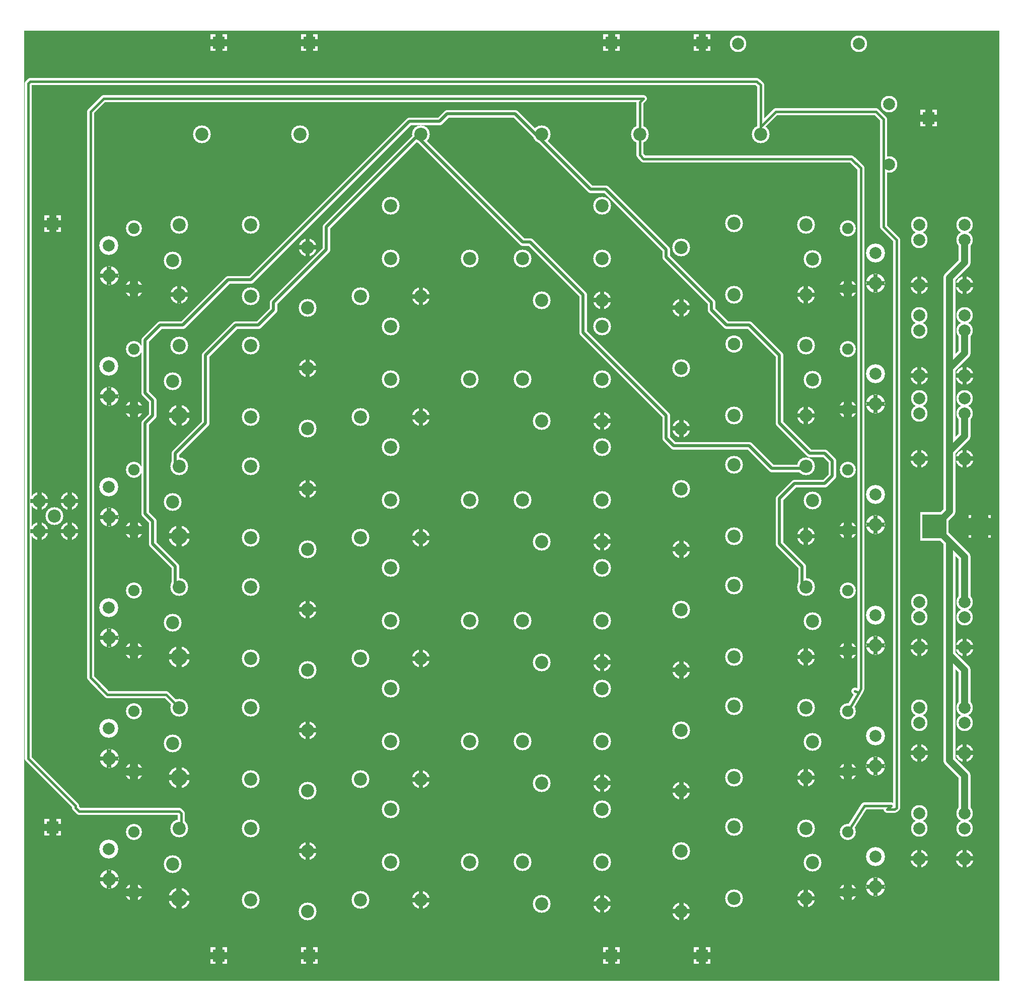
<source format=gbr>
%FSLAX34Y34*%
%MOMM*%
%LNCOPPER_TOP*%
G71*
G01*
%ADD10C,3.000*%
%ADD11C,3.000*%
%ADD12C,2.900*%
%ADD13C,3.200*%
%ADD14C,2.700*%
%ADD15C,2.800*%
%ADD16C,2.900*%
%ADD17C,3.600*%
%ADD18C,3.000*%
%ADD19C,1.300*%
%ADD20C,1.200*%
%ADD21C,2.000*%
%ADD22C,0.733*%
%ADD23C,0.700*%
%ADD24C,1.380*%
%ADD25C,0.933*%
%ADD26C,1.193*%
%ADD27C,2.880*%
%ADD28C,2.200*%
%ADD29C,2.200*%
%ADD30C,2.100*%
%ADD31C,2.000*%
%ADD32C,1.900*%
%ADD33C,2.100*%
%ADD34C,2.800*%
%ADD35C,2.200*%
%ADD36C,0.500*%
%ADD37C,0.400*%
%ADD38C,4.300*%
%LPD*%
G36*
X-1504950Y428500D02*
X135050Y428500D01*
X135050Y-1171500D01*
X-1504950Y-1171500D01*
X-1504950Y428500D01*
G37*
%LPC*%
X-1028700Y63500D02*
G54D10*
D03*
X-1028700Y-38100D02*
G54D10*
D03*
X-889000Y44450D02*
G54D11*
D03*
X-889000Y133350D02*
G54D11*
D03*
X-838200Y-19050D02*
G54D10*
D03*
X-939800Y-19050D02*
G54D10*
D03*
X-755650Y44450D02*
G54D11*
D03*
X-666750Y44450D02*
G54D11*
D03*
X-533400Y-25400D02*
G54D10*
D03*
X-635000Y-25400D02*
G54D10*
D03*
X-533400Y44450D02*
G54D11*
D03*
X-533400Y133350D02*
G54D11*
D03*
X-400050Y63500D02*
G54D10*
D03*
X-400050Y-38100D02*
G54D10*
D03*
X-1123950Y-19050D02*
G54D11*
D03*
X-1244600Y-15876D02*
G54D11*
D03*
X-1123950Y101600D02*
G54D11*
D03*
X-1244600Y101600D02*
G54D11*
D03*
X-1255712Y41275D02*
G54D11*
D03*
X-311290Y104251D02*
G54D11*
D03*
X-190640Y101077D02*
G54D11*
D03*
X-311290Y-16399D02*
G54D11*
D03*
X-190640Y-16399D02*
G54D11*
D03*
X-179528Y43926D02*
G54D11*
D03*
X-1028700Y63500D02*
G54D11*
D03*
X-838200Y-19050D02*
G54D11*
D03*
X-533400Y-25400D02*
G54D11*
D03*
X-400050Y-38100D02*
G54D11*
D03*
X-1244600Y-15876D02*
G54D12*
D03*
X-1362592Y15962D02*
G54D13*
D03*
X-1362704Y66942D02*
G54D13*
D03*
X-1320477Y-6070D02*
G54D14*
D03*
X-1320477Y95530D02*
G54D14*
D03*
X-1320477Y-6070D02*
G54D15*
D03*
X-73542Y3262D02*
G54D13*
D03*
X-73654Y54242D02*
G54D13*
D03*
X-120327Y-6070D02*
G54D14*
D03*
X-120327Y95530D02*
G54D14*
D03*
X-120327Y-6070D02*
G54D15*
D03*
X-1320477Y-6070D02*
G54D11*
D03*
X-1362592Y15962D02*
G54D11*
D03*
X-120327Y-6070D02*
G54D11*
D03*
X-73542Y3262D02*
G54D11*
D03*
X-1028700Y-139700D02*
G54D10*
D03*
X-1028700Y-241300D02*
G54D10*
D03*
X-889000Y-158750D02*
G54D11*
D03*
X-889000Y-69850D02*
G54D11*
D03*
X-838200Y-222250D02*
G54D10*
D03*
X-939800Y-222250D02*
G54D10*
D03*
X-755650Y-158750D02*
G54D11*
D03*
X-666750Y-158750D02*
G54D11*
D03*
X-533400Y-228600D02*
G54D10*
D03*
X-635000Y-228600D02*
G54D10*
D03*
X-533400Y-158750D02*
G54D11*
D03*
X-533400Y-69850D02*
G54D11*
D03*
X-400050Y-139700D02*
G54D10*
D03*
X-400050Y-241300D02*
G54D10*
D03*
X-1123950Y-222250D02*
G54D11*
D03*
X-1244600Y-219076D02*
G54D11*
D03*
X-1123950Y-101600D02*
G54D11*
D03*
X-1244600Y-101600D02*
G54D11*
D03*
X-1255712Y-161925D02*
G54D11*
D03*
X-311290Y-98949D02*
G54D16*
D03*
X-190640Y-102123D02*
G54D11*
D03*
X-311290Y-219599D02*
G54D11*
D03*
X-190640Y-219599D02*
G54D11*
D03*
X-179527Y-159274D02*
G54D11*
D03*
X-1028700Y-139700D02*
G54D11*
D03*
X-838200Y-222250D02*
G54D11*
D03*
X-533400Y-228600D02*
G54D11*
D03*
X-400050Y-241300D02*
G54D11*
D03*
X-1244600Y-219076D02*
G54D17*
D03*
X-1362592Y-187238D02*
G54D13*
D03*
X-1362704Y-136258D02*
G54D13*
D03*
X-1320477Y-209270D02*
G54D14*
D03*
X-1320477Y-107670D02*
G54D14*
D03*
X-1320477Y-209270D02*
G54D15*
D03*
X-73542Y-199938D02*
G54D13*
D03*
X-73654Y-148958D02*
G54D13*
D03*
X-120327Y-209270D02*
G54D14*
D03*
X-120327Y-107670D02*
G54D14*
D03*
X-120327Y-209270D02*
G54D15*
D03*
X-1320477Y-209270D02*
G54D11*
D03*
X-1362592Y-187238D02*
G54D11*
D03*
X-120327Y-209270D02*
G54D11*
D03*
X-73542Y-199938D02*
G54D11*
D03*
X-1028700Y-342900D02*
G54D10*
D03*
X-1028700Y-444500D02*
G54D10*
D03*
X-889000Y-361950D02*
G54D11*
D03*
X-889000Y-273050D02*
G54D11*
D03*
X-838200Y-425450D02*
G54D10*
D03*
X-939800Y-425450D02*
G54D10*
D03*
X-755650Y-361950D02*
G54D11*
D03*
X-666750Y-361950D02*
G54D11*
D03*
X-533400Y-431800D02*
G54D10*
D03*
X-635000Y-431800D02*
G54D10*
D03*
X-533400Y-361950D02*
G54D11*
D03*
X-533400Y-273050D02*
G54D11*
D03*
X-400050Y-342900D02*
G54D10*
D03*
X-400050Y-444500D02*
G54D10*
D03*
X-1123950Y-425450D02*
G54D11*
D03*
X-1244600Y-422276D02*
G54D11*
D03*
X-1123950Y-304800D02*
G54D11*
D03*
X-1244600Y-304800D02*
G54D11*
D03*
X-1255712Y-365125D02*
G54D11*
D03*
X-311290Y-302149D02*
G54D11*
D03*
X-190640Y-305323D02*
G54D11*
D03*
X-311290Y-422799D02*
G54D11*
D03*
X-190640Y-422799D02*
G54D11*
D03*
X-179527Y-362474D02*
G54D11*
D03*
X-1028700Y-342900D02*
G54D11*
D03*
X-838200Y-425450D02*
G54D11*
D03*
X-533400Y-431800D02*
G54D11*
D03*
X-400050Y-444500D02*
G54D11*
D03*
X-1244600Y-422276D02*
G54D17*
D03*
X-1362592Y-390438D02*
G54D13*
D03*
X-1362704Y-339458D02*
G54D13*
D03*
X-1320477Y-412470D02*
G54D14*
D03*
X-1320477Y-310870D02*
G54D14*
D03*
X-1320477Y-412470D02*
G54D15*
D03*
X-73542Y-403138D02*
G54D13*
D03*
X-73654Y-352158D02*
G54D13*
D03*
X-120327Y-412470D02*
G54D14*
D03*
X-120327Y-310870D02*
G54D14*
D03*
X-120327Y-412470D02*
G54D15*
D03*
X-1320477Y-412470D02*
G54D11*
D03*
X-1362592Y-390438D02*
G54D11*
D03*
X-120327Y-412470D02*
G54D11*
D03*
X-73542Y-403138D02*
G54D11*
D03*
X-1028700Y-546100D02*
G54D10*
D03*
X-1028700Y-647700D02*
G54D10*
D03*
X-889000Y-565150D02*
G54D11*
D03*
X-889000Y-476250D02*
G54D11*
D03*
X-838200Y-628650D02*
G54D10*
D03*
X-939800Y-628650D02*
G54D10*
D03*
X-755650Y-565150D02*
G54D11*
D03*
X-666750Y-565150D02*
G54D11*
D03*
X-533400Y-635000D02*
G54D10*
D03*
X-635000Y-635000D02*
G54D10*
D03*
X-533400Y-565150D02*
G54D11*
D03*
X-533400Y-476250D02*
G54D11*
D03*
X-400050Y-546100D02*
G54D10*
D03*
X-400050Y-647700D02*
G54D10*
D03*
X-1123950Y-628650D02*
G54D11*
D03*
X-1244600Y-625476D02*
G54D11*
D03*
X-1123950Y-508000D02*
G54D11*
D03*
X-1244600Y-508000D02*
G54D11*
D03*
X-1255712Y-568325D02*
G54D11*
D03*
X-311290Y-505348D02*
G54D11*
D03*
X-190640Y-508523D02*
G54D11*
D03*
X-311290Y-625999D02*
G54D11*
D03*
X-190640Y-625999D02*
G54D11*
D03*
X-179527Y-565674D02*
G54D11*
D03*
X-1028700Y-546100D02*
G54D11*
D03*
X-838200Y-628650D02*
G54D11*
D03*
X-533400Y-635000D02*
G54D11*
D03*
X-400050Y-647700D02*
G54D11*
D03*
X-1244600Y-625476D02*
G54D17*
D03*
X-1362592Y-593638D02*
G54D13*
D03*
X-1362704Y-542658D02*
G54D13*
D03*
X-1320477Y-615670D02*
G54D14*
D03*
X-1320477Y-514070D02*
G54D14*
D03*
X-1320477Y-615670D02*
G54D15*
D03*
X-73542Y-606338D02*
G54D13*
D03*
X-73654Y-555358D02*
G54D13*
D03*
X-120327Y-615670D02*
G54D14*
D03*
X-120327Y-514070D02*
G54D14*
D03*
X-120327Y-615670D02*
G54D15*
D03*
X-1320477Y-615670D02*
G54D11*
D03*
X-1362592Y-593638D02*
G54D11*
D03*
X-120327Y-615670D02*
G54D11*
D03*
X-73542Y-606338D02*
G54D11*
D03*
X-1028700Y-749300D02*
G54D10*
D03*
X-1028700Y-850900D02*
G54D10*
D03*
X-889000Y-768350D02*
G54D11*
D03*
X-889000Y-679450D02*
G54D11*
D03*
X-838200Y-831850D02*
G54D10*
D03*
X-939800Y-831850D02*
G54D10*
D03*
X-755650Y-768350D02*
G54D11*
D03*
X-666750Y-768350D02*
G54D11*
D03*
X-533400Y-838200D02*
G54D10*
D03*
X-635000Y-838200D02*
G54D10*
D03*
X-533400Y-768350D02*
G54D11*
D03*
X-533400Y-679450D02*
G54D11*
D03*
X-400050Y-749300D02*
G54D10*
D03*
X-400050Y-850900D02*
G54D10*
D03*
X-1123950Y-831850D02*
G54D11*
D03*
X-1244600Y-828676D02*
G54D11*
D03*
X-1123950Y-711200D02*
G54D11*
D03*
X-1244600Y-711200D02*
G54D11*
D03*
X-1255712Y-771525D02*
G54D11*
D03*
X-311290Y-708548D02*
G54D11*
D03*
X-190640Y-711723D02*
G54D11*
D03*
X-311290Y-829199D02*
G54D11*
D03*
X-190640Y-829199D02*
G54D11*
D03*
X-179527Y-768874D02*
G54D11*
D03*
X-1028700Y-749300D02*
G54D11*
D03*
X-838200Y-831850D02*
G54D11*
D03*
X-533400Y-838200D02*
G54D11*
D03*
X-400050Y-850900D02*
G54D11*
D03*
X-1244600Y-828676D02*
G54D17*
D03*
X-1362592Y-796838D02*
G54D13*
D03*
X-1362704Y-745858D02*
G54D13*
D03*
X-1320477Y-818870D02*
G54D14*
D03*
X-1320477Y-717270D02*
G54D14*
D03*
X-1320477Y-818870D02*
G54D15*
D03*
X-73542Y-809538D02*
G54D13*
D03*
X-73654Y-758558D02*
G54D13*
D03*
X-120327Y-818870D02*
G54D14*
D03*
X-120327Y-717270D02*
G54D14*
D03*
X-120327Y-818870D02*
G54D15*
D03*
X-1320477Y-818870D02*
G54D11*
D03*
X-1362592Y-796838D02*
G54D11*
D03*
X-120327Y-818870D02*
G54D11*
D03*
X-73542Y-809538D02*
G54D11*
D03*
X-1028700Y-952500D02*
G54D10*
D03*
X-1028700Y-1054100D02*
G54D10*
D03*
X-889000Y-971550D02*
G54D11*
D03*
X-889000Y-882650D02*
G54D11*
D03*
X-838200Y-1035050D02*
G54D10*
D03*
X-939800Y-1035050D02*
G54D10*
D03*
X-755650Y-971550D02*
G54D11*
D03*
X-666750Y-971550D02*
G54D11*
D03*
X-533400Y-1041400D02*
G54D10*
D03*
X-635000Y-1041400D02*
G54D10*
D03*
X-533400Y-971550D02*
G54D11*
D03*
X-533400Y-882650D02*
G54D11*
D03*
X-400050Y-952500D02*
G54D10*
D03*
X-400050Y-1054100D02*
G54D10*
D03*
X-1123950Y-1035050D02*
G54D11*
D03*
X-1244600Y-1031876D02*
G54D11*
D03*
X-1123950Y-914400D02*
G54D11*
D03*
X-1244600Y-914400D02*
G54D11*
D03*
X-1255712Y-974725D02*
G54D11*
D03*
X-311290Y-911748D02*
G54D11*
D03*
X-190640Y-914923D02*
G54D11*
D03*
X-311290Y-1032399D02*
G54D11*
D03*
X-190640Y-1032399D02*
G54D11*
D03*
X-179527Y-972074D02*
G54D11*
D03*
X-1028700Y-952500D02*
G54D11*
D03*
X-838200Y-1035050D02*
G54D11*
D03*
X-533400Y-1041400D02*
G54D11*
D03*
X-400050Y-1054100D02*
G54D11*
D03*
X-1244600Y-1031876D02*
G54D17*
D03*
X-1362592Y-1000038D02*
G54D13*
D03*
X-1362704Y-949058D02*
G54D13*
D03*
X-1320477Y-1022070D02*
G54D14*
D03*
X-1320477Y-920470D02*
G54D14*
D03*
X-1320477Y-1022070D02*
G54D15*
D03*
X-73542Y-1012738D02*
G54D13*
D03*
X-73654Y-961758D02*
G54D13*
D03*
X-120327Y-1022070D02*
G54D14*
D03*
X-120327Y-920470D02*
G54D14*
D03*
X-120327Y-1022070D02*
G54D15*
D03*
X-1320477Y-1022070D02*
G54D11*
D03*
X-1362592Y-1000038D02*
G54D11*
D03*
X-120327Y-1022070D02*
G54D11*
D03*
X-73542Y-1012738D02*
G54D11*
D03*
X-1206500Y254000D02*
G54D18*
D03*
X-635000Y254000D02*
G54D18*
D03*
X-469900Y254000D02*
G54D18*
D03*
X-266700Y254000D02*
G54D18*
D03*
X-1041400Y254000D02*
G54D18*
D03*
X-838200Y254000D02*
G54D18*
D03*
G54D19*
X-838200Y254000D02*
X-844550Y250700D01*
X-996950Y98300D01*
X-996950Y60200D01*
X-1085850Y-28700D01*
X-1085850Y-41400D01*
X-1111250Y-66800D01*
X-1149350Y-66800D01*
X-1200150Y-117600D01*
X-1200150Y-231900D01*
X-1250950Y-282700D01*
X-1250950Y-308100D01*
X-1244600Y-304800D01*
G54D19*
X-838200Y254000D02*
X-844550Y250700D01*
X-666750Y72900D01*
X-654050Y72900D01*
X-565150Y-16000D01*
X-565150Y-79500D01*
X-425450Y-219200D01*
X-425450Y-257300D01*
X-412750Y-270000D01*
X-285750Y-270000D01*
X-247650Y-308100D01*
X-196850Y-308100D01*
X-190640Y-305323D01*
G54D19*
X-635000Y254000D02*
X-641350Y250700D01*
X-679450Y288800D01*
X-793750Y288800D01*
X-806450Y276100D01*
X-857250Y276100D01*
X-1123950Y9400D01*
X-1162050Y9400D01*
X-1238250Y-66800D01*
X-1276350Y-66800D01*
X-1301750Y-92200D01*
X-1301750Y-181100D01*
X-1289050Y-193800D01*
X-1289050Y-219200D01*
X-1301750Y-231900D01*
X-1301750Y-384300D01*
X-1289050Y-397000D01*
X-1289050Y-435100D01*
X-1250950Y-473200D01*
X-1250950Y-511300D01*
X-1244600Y-508000D01*
G54D19*
X-635000Y254000D02*
X-641350Y250700D01*
X-552450Y161800D01*
X-527050Y161800D01*
X-425450Y60200D01*
X-425450Y47500D01*
X-349250Y-28700D01*
X-349250Y-41400D01*
X-323850Y-66800D01*
X-285750Y-66800D01*
X-234950Y-117600D01*
X-234950Y-231900D01*
X-184150Y-282700D01*
X-158750Y-282700D01*
X-146050Y-295400D01*
X-146050Y-320800D01*
X-158750Y-333500D01*
X-209550Y-333500D01*
X-234950Y-358900D01*
X-234950Y-435100D01*
X-196850Y-473200D01*
X-196850Y-511300D01*
X-190640Y-508523D01*
G54D20*
X-469900Y254000D02*
X-469900Y218950D01*
X-463550Y212600D01*
X-114300Y212600D01*
X-98425Y196725D01*
X-98425Y-679575D01*
X-101600Y-685800D01*
X-120327Y-717270D01*
X-101600Y-685800D01*
X-108090Y-683148D01*
G54D20*
X-469900Y254000D02*
X-469900Y307850D01*
X-463550Y314200D01*
X-1371600Y314200D01*
X-1393825Y291975D01*
X-1393825Y-660525D01*
X-1365250Y-689100D01*
X-1266700Y-689100D01*
X-1244600Y-711200D01*
G54D20*
X-266700Y254000D02*
X-266700Y266575D01*
X-241300Y291975D01*
X-73025Y291975D01*
X-60325Y279275D01*
X-60325Y98300D01*
X-38100Y76075D01*
X-38100Y-879600D01*
X-41275Y-882775D01*
X-53975Y-882775D01*
X-47625Y-876425D01*
X-92614Y-876425D01*
X-120327Y-920470D01*
G54D20*
X-1412875Y-885950D02*
X-1244600Y-885950D01*
X-1241425Y-889125D01*
X-1241425Y-911225D01*
X-1244600Y-914400D01*
X-1479575Y-363562D02*
G54D11*
D03*
X-1428775Y-363562D02*
G54D11*
D03*
X-1454175Y-388962D02*
G54D11*
D03*
X-1428775Y-414362D02*
G54D11*
D03*
X-1479575Y-414362D02*
G54D11*
D03*
G54D20*
X-266700Y254000D02*
X-266700Y336425D01*
X-273050Y342775D01*
X-1495425Y342775D01*
X-1498600Y339600D01*
X-1498600Y-797050D01*
X-1419225Y-876425D01*
G54D20*
X-1419225Y-876425D02*
X-1419225Y-879600D01*
X-1412875Y-885950D01*
G36*
X-1191950Y422000D02*
X-1163950Y422000D01*
X-1163950Y394000D01*
X-1191950Y394000D01*
X-1191950Y422000D01*
G37*
G36*
X-1039550Y422000D02*
X-1011550Y422000D01*
X-1011550Y394000D01*
X-1039550Y394000D01*
X-1039550Y422000D01*
G37*
G36*
X-531550Y422000D02*
X-503550Y422000D01*
X-503550Y394000D01*
X-531550Y394000D01*
X-531550Y422000D01*
G37*
G36*
X-379150Y422000D02*
X-351150Y422000D01*
X-351150Y394000D01*
X-379150Y394000D01*
X-379150Y422000D01*
G37*
G36*
X-1191950Y-1114700D02*
X-1163950Y-1114700D01*
X-1163950Y-1142700D01*
X-1191950Y-1142700D01*
X-1191950Y-1114700D01*
G37*
G36*
X-1039550Y-1114700D02*
X-1011550Y-1114700D01*
X-1011550Y-1142700D01*
X-1039550Y-1142700D01*
X-1039550Y-1114700D01*
G37*
G36*
X-531550Y-1114700D02*
X-503550Y-1114700D01*
X-503550Y-1142700D01*
X-531550Y-1142700D01*
X-531550Y-1114700D01*
G37*
G36*
X-379150Y-1114700D02*
X-351150Y-1114700D01*
X-351150Y-1142700D01*
X-379150Y-1142700D01*
X-379150Y-1114700D01*
G37*
G36*
X1850Y295000D02*
X29850Y295000D01*
X29850Y267000D01*
X1850Y267000D01*
X1850Y295000D01*
G37*
G36*
X-1471350Y-898800D02*
X-1443350Y-898800D01*
X-1443350Y-926800D01*
X-1471350Y-926800D01*
X-1471350Y-898800D01*
G37*
G36*
X-1471350Y117200D02*
X-1443350Y117200D01*
X-1443350Y89200D01*
X-1471350Y89200D01*
X-1471350Y117200D01*
G37*
X-304800Y406400D02*
G54D15*
D03*
X-101600Y406400D02*
G54D15*
D03*
X0Y-76200D02*
G54D15*
D03*
X76200Y-76200D02*
G54D15*
D03*
X-50800Y304800D02*
G54D15*
D03*
X-50800Y203200D02*
G54D15*
D03*
X0Y-76200D02*
G54D15*
D03*
X0Y-152400D02*
G54D15*
D03*
X76200Y-76200D02*
G54D15*
D03*
X76200Y-152400D02*
G54D15*
D03*
X0Y-152400D02*
G54D11*
D03*
X76200Y-152400D02*
G54D11*
D03*
X0Y-215900D02*
G54D15*
D03*
X76200Y-215900D02*
G54D15*
D03*
X0Y-215900D02*
G54D15*
D03*
X0Y-292100D02*
G54D15*
D03*
X76200Y-215900D02*
G54D15*
D03*
X76200Y-292100D02*
G54D15*
D03*
X0Y-292100D02*
G54D11*
D03*
X76200Y-292100D02*
G54D11*
D03*
X0Y76200D02*
G54D15*
D03*
X76200Y76200D02*
G54D15*
D03*
X0Y76200D02*
G54D15*
D03*
X0Y0D02*
G54D15*
D03*
X76200Y76200D02*
G54D15*
D03*
X76200Y0D02*
G54D15*
D03*
X0Y0D02*
G54D11*
D03*
X76200Y0D02*
G54D11*
D03*
X0Y-533400D02*
G54D15*
D03*
X76200Y-533400D02*
G54D15*
D03*
X0Y-533400D02*
G54D15*
D03*
X0Y-609600D02*
G54D15*
D03*
X76200Y-533400D02*
G54D15*
D03*
X76200Y-609600D02*
G54D15*
D03*
X0Y-609600D02*
G54D11*
D03*
X76200Y-609600D02*
G54D11*
D03*
X0Y-711200D02*
G54D15*
D03*
X76200Y-711200D02*
G54D15*
D03*
X0Y-711200D02*
G54D15*
D03*
X0Y-787400D02*
G54D15*
D03*
X76200Y-711200D02*
G54D15*
D03*
X76200Y-787400D02*
G54D15*
D03*
X0Y-787400D02*
G54D11*
D03*
X76200Y-787400D02*
G54D11*
D03*
X0Y-889000D02*
G54D15*
D03*
X76200Y-889000D02*
G54D15*
D03*
X0Y-889000D02*
G54D15*
D03*
X0Y-965200D02*
G54D15*
D03*
X76200Y-889000D02*
G54D15*
D03*
X76200Y-965200D02*
G54D15*
D03*
X0Y-965200D02*
G54D11*
D03*
X76200Y-965200D02*
G54D11*
D03*
G36*
X1400Y-382400D02*
X49400Y-382400D01*
X49400Y-430400D01*
X1400Y-430400D01*
X1400Y-382400D01*
G37*
G54D21*
X25400Y-406400D02*
X50800Y-381000D01*
X50800Y12700D01*
X76200Y38100D01*
X76200Y76200D01*
G54D21*
X25400Y-406400D02*
X50800Y-381000D01*
X50800Y-139700D01*
X76200Y-114300D01*
X76200Y-76200D01*
G54D21*
X25400Y-406400D02*
X50800Y-381000D01*
X50800Y-279400D01*
X76200Y-254000D01*
X76200Y-215900D01*
G54D21*
X25400Y-406400D02*
X76200Y-457200D01*
X76200Y-533400D01*
G54D21*
X25400Y-406400D02*
X50800Y-431800D01*
X50800Y-622300D01*
X76200Y-647700D01*
X76200Y-711200D01*
G54D21*
X25400Y-406400D02*
X50800Y-431800D01*
X50800Y-800100D01*
X76200Y-825500D01*
X76200Y-889000D01*
X0Y101600D02*
G54D15*
D03*
X76200Y101600D02*
G54D15*
D03*
X0Y-50800D02*
G54D15*
D03*
X76200Y-50800D02*
G54D15*
D03*
X0Y-190500D02*
G54D15*
D03*
X76200Y-190500D02*
G54D15*
D03*
X0Y-558800D02*
G54D15*
D03*
X76200Y-558800D02*
G54D15*
D03*
X0Y-736600D02*
G54D15*
D03*
X76200Y-736600D02*
G54D15*
D03*
X0Y-914400D02*
G54D15*
D03*
X76200Y-914400D02*
G54D15*
D03*
G36*
X82600Y-387400D02*
X120600Y-387400D01*
X120600Y-425400D01*
X82600Y-425400D01*
X82600Y-387400D01*
G37*
%LPD*%
G54D22*
G36*
X-194307Y-16399D02*
X-194307Y-899D01*
X-186973Y-899D01*
X-186973Y-16399D01*
X-194307Y-16399D01*
G37*
G36*
X-190640Y-12732D02*
X-175140Y-12732D01*
X-175140Y-20066D01*
X-190640Y-20066D01*
X-190640Y-12732D01*
G37*
G36*
X-186973Y-16399D02*
X-186973Y-31899D01*
X-194307Y-31899D01*
X-194307Y-16399D01*
X-186973Y-16399D01*
G37*
G36*
X-190640Y-20066D02*
X-206140Y-20066D01*
X-206140Y-12732D01*
X-190640Y-12732D01*
X-190640Y-20066D01*
G37*
G54D22*
G36*
X-1032367Y63500D02*
X-1032367Y79000D01*
X-1025033Y79000D01*
X-1025033Y63500D01*
X-1032367Y63500D01*
G37*
G36*
X-1028700Y67167D02*
X-1013200Y67167D01*
X-1013200Y59833D01*
X-1028700Y59833D01*
X-1028700Y67167D01*
G37*
G36*
X-1025033Y63500D02*
X-1025033Y48000D01*
X-1032367Y48000D01*
X-1032367Y63500D01*
X-1025033Y63500D01*
G37*
G36*
X-1028700Y59833D02*
X-1044200Y59833D01*
X-1044200Y67167D01*
X-1028700Y67167D01*
X-1028700Y59833D01*
G37*
G54D22*
G36*
X-841867Y-19050D02*
X-841867Y-3550D01*
X-834533Y-3550D01*
X-834533Y-19050D01*
X-841867Y-19050D01*
G37*
G36*
X-838200Y-15383D02*
X-822700Y-15383D01*
X-822700Y-22717D01*
X-838200Y-22717D01*
X-838200Y-15383D01*
G37*
G36*
X-834533Y-19050D02*
X-834533Y-34550D01*
X-841867Y-34550D01*
X-841867Y-19050D01*
X-834533Y-19050D01*
G37*
G36*
X-838200Y-22717D02*
X-853700Y-22717D01*
X-853700Y-15383D01*
X-838200Y-15383D01*
X-838200Y-22717D01*
G37*
G54D22*
G36*
X-537067Y-25400D02*
X-537067Y-9900D01*
X-529733Y-9900D01*
X-529733Y-25400D01*
X-537067Y-25400D01*
G37*
G36*
X-533400Y-21733D02*
X-517900Y-21733D01*
X-517900Y-29067D01*
X-533400Y-29067D01*
X-533400Y-21733D01*
G37*
G36*
X-529733Y-25400D02*
X-529733Y-40900D01*
X-537067Y-40900D01*
X-537067Y-25400D01*
X-529733Y-25400D01*
G37*
G36*
X-533400Y-29067D02*
X-548900Y-29067D01*
X-548900Y-21733D01*
X-533400Y-21733D01*
X-533400Y-29067D01*
G37*
G54D22*
G36*
X-403717Y-38100D02*
X-403717Y-22600D01*
X-396383Y-22600D01*
X-396383Y-38100D01*
X-403717Y-38100D01*
G37*
G36*
X-400050Y-34433D02*
X-384550Y-34433D01*
X-384550Y-41767D01*
X-400050Y-41767D01*
X-400050Y-34433D01*
G37*
G36*
X-396383Y-38100D02*
X-396383Y-53600D01*
X-403717Y-53600D01*
X-403717Y-38100D01*
X-396383Y-38100D01*
G37*
G36*
X-400050Y-41767D02*
X-415550Y-41767D01*
X-415550Y-34433D01*
X-400050Y-34433D01*
X-400050Y-41767D01*
G37*
G54D23*
G36*
X-1248100Y-15876D02*
X-1248100Y-876D01*
X-1241100Y-876D01*
X-1241100Y-15876D01*
X-1248100Y-15876D01*
G37*
G36*
X-1244600Y-12376D02*
X-1229600Y-12376D01*
X-1229600Y-19376D01*
X-1244600Y-19376D01*
X-1244600Y-12376D01*
G37*
G36*
X-1241100Y-15876D02*
X-1241100Y-30876D01*
X-1248100Y-30876D01*
X-1248100Y-15876D01*
X-1241100Y-15876D01*
G37*
G36*
X-1244600Y-19376D02*
X-1259600Y-19376D01*
X-1259600Y-12376D01*
X-1244600Y-12376D01*
X-1244600Y-19376D01*
G37*
G54D24*
G36*
X-1320477Y830D02*
X-1305977Y830D01*
X-1305977Y-12970D01*
X-1320477Y-12970D01*
X-1320477Y830D01*
G37*
G36*
X-1313577Y-6070D02*
X-1313577Y-20570D01*
X-1327377Y-20570D01*
X-1327377Y-6070D01*
X-1313577Y-6070D01*
G37*
G36*
X-1320477Y-12970D02*
X-1334977Y-12970D01*
X-1334977Y830D01*
X-1320477Y830D01*
X-1320477Y-12970D01*
G37*
G36*
X-1327377Y-6070D02*
X-1327377Y8430D01*
X-1313577Y8430D01*
X-1313577Y-6070D01*
X-1327377Y-6070D01*
G37*
G54D24*
G36*
X-120327Y830D02*
X-105827Y830D01*
X-105827Y-12970D01*
X-120327Y-12970D01*
X-120327Y830D01*
G37*
G36*
X-113427Y-6070D02*
X-113427Y-20570D01*
X-127227Y-20570D01*
X-127227Y-6070D01*
X-113427Y-6070D01*
G37*
G36*
X-120327Y-12970D02*
X-134827Y-12970D01*
X-134827Y830D01*
X-120327Y830D01*
X-120327Y-12970D01*
G37*
G36*
X-127227Y-6070D02*
X-127227Y8430D01*
X-113427Y8430D01*
X-113427Y-6070D01*
X-127227Y-6070D01*
G37*
G54D22*
G36*
X-1324144Y-6070D02*
X-1324144Y9430D01*
X-1316810Y9430D01*
X-1316810Y-6070D01*
X-1324144Y-6070D01*
G37*
G36*
X-1320477Y-2403D02*
X-1304977Y-2403D01*
X-1304977Y-9736D01*
X-1320477Y-9736D01*
X-1320477Y-2403D01*
G37*
G36*
X-1316810Y-6070D02*
X-1316810Y-21570D01*
X-1324144Y-21570D01*
X-1324144Y-6070D01*
X-1316810Y-6070D01*
G37*
G36*
X-1320477Y-9736D02*
X-1335977Y-9736D01*
X-1335977Y-2403D01*
X-1320477Y-2403D01*
X-1320477Y-9736D01*
G37*
G54D22*
G36*
X-1366258Y15962D02*
X-1366258Y31462D01*
X-1358925Y31462D01*
X-1358925Y15962D01*
X-1366258Y15962D01*
G37*
G36*
X-1362592Y19628D02*
X-1347092Y19628D01*
X-1347092Y12295D01*
X-1362592Y12295D01*
X-1362592Y19628D01*
G37*
G36*
X-1358925Y15962D02*
X-1358925Y462D01*
X-1366258Y462D01*
X-1366258Y15962D01*
X-1358925Y15962D01*
G37*
G36*
X-1362592Y12295D02*
X-1378092Y12295D01*
X-1378092Y19628D01*
X-1362592Y19628D01*
X-1362592Y12295D01*
G37*
G54D22*
G36*
X-123994Y-6070D02*
X-123994Y9430D01*
X-116660Y9430D01*
X-116660Y-6070D01*
X-123994Y-6070D01*
G37*
G36*
X-120327Y-2403D02*
X-104827Y-2403D01*
X-104827Y-9736D01*
X-120327Y-9736D01*
X-120327Y-2403D01*
G37*
G36*
X-116660Y-6070D02*
X-116660Y-21570D01*
X-123994Y-21570D01*
X-123994Y-6070D01*
X-116660Y-6070D01*
G37*
G36*
X-120327Y-9736D02*
X-135827Y-9736D01*
X-135827Y-2403D01*
X-120327Y-2403D01*
X-120327Y-9736D01*
G37*
G54D22*
G36*
X-77208Y3262D02*
X-77208Y18762D01*
X-69875Y18762D01*
X-69875Y3262D01*
X-77208Y3262D01*
G37*
G36*
X-73542Y6928D02*
X-58042Y6928D01*
X-58042Y-405D01*
X-73542Y-405D01*
X-73542Y6928D01*
G37*
G36*
X-69875Y3262D02*
X-69875Y-12238D01*
X-77208Y-12238D01*
X-77208Y3262D01*
X-69875Y3262D01*
G37*
G36*
X-73542Y-405D02*
X-89042Y-405D01*
X-89042Y6928D01*
X-73542Y6928D01*
X-73542Y-405D01*
G37*
G54D22*
G36*
X-194307Y-219599D02*
X-194307Y-204099D01*
X-186973Y-204099D01*
X-186973Y-219599D01*
X-194307Y-219599D01*
G37*
G36*
X-190640Y-215932D02*
X-175140Y-215932D01*
X-175140Y-223266D01*
X-190640Y-223266D01*
X-190640Y-215932D01*
G37*
G36*
X-186973Y-219599D02*
X-186973Y-235099D01*
X-194307Y-235099D01*
X-194307Y-219599D01*
X-186973Y-219599D01*
G37*
G36*
X-190640Y-223266D02*
X-206140Y-223266D01*
X-206140Y-215932D01*
X-190640Y-215932D01*
X-190640Y-223266D01*
G37*
G54D22*
G36*
X-1032367Y-139700D02*
X-1032367Y-124200D01*
X-1025033Y-124200D01*
X-1025033Y-139700D01*
X-1032367Y-139700D01*
G37*
G36*
X-1028700Y-136033D02*
X-1013200Y-136033D01*
X-1013200Y-143367D01*
X-1028700Y-143367D01*
X-1028700Y-136033D01*
G37*
G36*
X-1025033Y-139700D02*
X-1025033Y-155200D01*
X-1032367Y-155200D01*
X-1032367Y-139700D01*
X-1025033Y-139700D01*
G37*
G36*
X-1028700Y-143367D02*
X-1044200Y-143367D01*
X-1044200Y-136033D01*
X-1028700Y-136033D01*
X-1028700Y-143367D01*
G37*
G54D22*
G36*
X-841867Y-222250D02*
X-841867Y-206750D01*
X-834533Y-206750D01*
X-834533Y-222250D01*
X-841867Y-222250D01*
G37*
G36*
X-838200Y-218583D02*
X-822700Y-218583D01*
X-822700Y-225917D01*
X-838200Y-225917D01*
X-838200Y-218583D01*
G37*
G36*
X-834533Y-222250D02*
X-834533Y-237750D01*
X-841867Y-237750D01*
X-841867Y-222250D01*
X-834533Y-222250D01*
G37*
G36*
X-838200Y-225917D02*
X-853700Y-225917D01*
X-853700Y-218583D01*
X-838200Y-218583D01*
X-838200Y-225917D01*
G37*
G54D22*
G36*
X-537067Y-228600D02*
X-537067Y-213100D01*
X-529733Y-213100D01*
X-529733Y-228600D01*
X-537067Y-228600D01*
G37*
G36*
X-533400Y-224933D02*
X-517900Y-224933D01*
X-517900Y-232267D01*
X-533400Y-232267D01*
X-533400Y-224933D01*
G37*
G36*
X-529733Y-228600D02*
X-529733Y-244100D01*
X-537067Y-244100D01*
X-537067Y-228600D01*
X-529733Y-228600D01*
G37*
G36*
X-533400Y-232267D02*
X-548900Y-232267D01*
X-548900Y-224933D01*
X-533400Y-224933D01*
X-533400Y-232267D01*
G37*
G54D22*
G36*
X-403717Y-241300D02*
X-403717Y-225800D01*
X-396383Y-225800D01*
X-396383Y-241300D01*
X-403717Y-241300D01*
G37*
G36*
X-400050Y-237633D02*
X-384550Y-237633D01*
X-384550Y-244967D01*
X-400050Y-244967D01*
X-400050Y-237633D01*
G37*
G36*
X-396383Y-241300D02*
X-396383Y-256800D01*
X-403717Y-256800D01*
X-403717Y-241300D01*
X-396383Y-241300D01*
G37*
G36*
X-400050Y-244967D02*
X-415550Y-244967D01*
X-415550Y-237633D01*
X-400050Y-237633D01*
X-400050Y-244967D01*
G37*
G54D25*
G36*
X-1249267Y-219076D02*
X-1249267Y-200576D01*
X-1239933Y-200576D01*
X-1239933Y-219076D01*
X-1249267Y-219076D01*
G37*
G36*
X-1244600Y-214409D02*
X-1226100Y-214409D01*
X-1226100Y-223743D01*
X-1244600Y-223743D01*
X-1244600Y-214409D01*
G37*
G36*
X-1239933Y-219076D02*
X-1239933Y-237576D01*
X-1249267Y-237576D01*
X-1249267Y-219076D01*
X-1239933Y-219076D01*
G37*
G36*
X-1244600Y-223743D02*
X-1263100Y-223743D01*
X-1263100Y-214409D01*
X-1244600Y-214409D01*
X-1244600Y-223743D01*
G37*
G54D24*
G36*
X-1320477Y-202370D02*
X-1305977Y-202370D01*
X-1305977Y-216170D01*
X-1320477Y-216170D01*
X-1320477Y-202370D01*
G37*
G36*
X-1313577Y-209270D02*
X-1313577Y-223770D01*
X-1327377Y-223770D01*
X-1327377Y-209270D01*
X-1313577Y-209270D01*
G37*
G36*
X-1320477Y-216170D02*
X-1334977Y-216170D01*
X-1334977Y-202370D01*
X-1320477Y-202370D01*
X-1320477Y-216170D01*
G37*
G36*
X-1327377Y-209270D02*
X-1327377Y-194770D01*
X-1313577Y-194770D01*
X-1313577Y-209270D01*
X-1327377Y-209270D01*
G37*
G54D24*
G36*
X-120327Y-202370D02*
X-105827Y-202370D01*
X-105827Y-216170D01*
X-120327Y-216170D01*
X-120327Y-202370D01*
G37*
G36*
X-113427Y-209270D02*
X-113427Y-223770D01*
X-127227Y-223770D01*
X-127227Y-209270D01*
X-113427Y-209270D01*
G37*
G36*
X-120327Y-216170D02*
X-134827Y-216170D01*
X-134827Y-202370D01*
X-120327Y-202370D01*
X-120327Y-216170D01*
G37*
G36*
X-127227Y-209270D02*
X-127227Y-194770D01*
X-113427Y-194770D01*
X-113427Y-209270D01*
X-127227Y-209270D01*
G37*
G54D22*
G36*
X-1324144Y-209270D02*
X-1324144Y-193770D01*
X-1316810Y-193770D01*
X-1316810Y-209270D01*
X-1324144Y-209270D01*
G37*
G36*
X-1320477Y-205603D02*
X-1304977Y-205603D01*
X-1304977Y-212936D01*
X-1320477Y-212936D01*
X-1320477Y-205603D01*
G37*
G36*
X-1316810Y-209270D02*
X-1316810Y-224770D01*
X-1324144Y-224770D01*
X-1324144Y-209270D01*
X-1316810Y-209270D01*
G37*
G36*
X-1320477Y-212936D02*
X-1335977Y-212936D01*
X-1335977Y-205603D01*
X-1320477Y-205603D01*
X-1320477Y-212936D01*
G37*
G54D22*
G36*
X-1366258Y-187238D02*
X-1366258Y-171738D01*
X-1358925Y-171738D01*
X-1358925Y-187238D01*
X-1366258Y-187238D01*
G37*
G36*
X-1362592Y-183572D02*
X-1347092Y-183572D01*
X-1347092Y-190905D01*
X-1362592Y-190905D01*
X-1362592Y-183572D01*
G37*
G36*
X-1358925Y-187238D02*
X-1358925Y-202738D01*
X-1366258Y-202738D01*
X-1366258Y-187238D01*
X-1358925Y-187238D01*
G37*
G36*
X-1362592Y-190905D02*
X-1378092Y-190905D01*
X-1378092Y-183572D01*
X-1362592Y-183572D01*
X-1362592Y-190905D01*
G37*
G54D22*
G36*
X-123994Y-209270D02*
X-123994Y-193770D01*
X-116660Y-193770D01*
X-116660Y-209270D01*
X-123994Y-209270D01*
G37*
G36*
X-120327Y-205603D02*
X-104827Y-205603D01*
X-104827Y-212936D01*
X-120327Y-212936D01*
X-120327Y-205603D01*
G37*
G36*
X-116660Y-209270D02*
X-116660Y-224770D01*
X-123994Y-224770D01*
X-123994Y-209270D01*
X-116660Y-209270D01*
G37*
G36*
X-120327Y-212936D02*
X-135827Y-212936D01*
X-135827Y-205603D01*
X-120327Y-205603D01*
X-120327Y-212936D01*
G37*
G54D22*
G36*
X-77208Y-199938D02*
X-77208Y-184438D01*
X-69875Y-184438D01*
X-69875Y-199938D01*
X-77208Y-199938D01*
G37*
G36*
X-73542Y-196272D02*
X-58042Y-196272D01*
X-58042Y-203605D01*
X-73542Y-203605D01*
X-73542Y-196272D01*
G37*
G36*
X-69875Y-199938D02*
X-69875Y-215438D01*
X-77208Y-215438D01*
X-77208Y-199938D01*
X-69875Y-199938D01*
G37*
G36*
X-73542Y-203605D02*
X-89042Y-203605D01*
X-89042Y-196272D01*
X-73542Y-196272D01*
X-73542Y-203605D01*
G37*
G54D22*
G36*
X-194307Y-422799D02*
X-194307Y-407299D01*
X-186973Y-407299D01*
X-186973Y-422799D01*
X-194307Y-422799D01*
G37*
G36*
X-190640Y-419132D02*
X-175140Y-419132D01*
X-175140Y-426466D01*
X-190640Y-426466D01*
X-190640Y-419132D01*
G37*
G36*
X-186973Y-422799D02*
X-186973Y-438299D01*
X-194307Y-438299D01*
X-194307Y-422799D01*
X-186973Y-422799D01*
G37*
G36*
X-190640Y-426466D02*
X-206140Y-426466D01*
X-206140Y-419132D01*
X-190640Y-419132D01*
X-190640Y-426466D01*
G37*
G54D22*
G36*
X-1032367Y-342900D02*
X-1032367Y-327400D01*
X-1025033Y-327400D01*
X-1025033Y-342900D01*
X-1032367Y-342900D01*
G37*
G36*
X-1028700Y-339233D02*
X-1013200Y-339233D01*
X-1013200Y-346567D01*
X-1028700Y-346567D01*
X-1028700Y-339233D01*
G37*
G36*
X-1025033Y-342900D02*
X-1025033Y-358400D01*
X-1032367Y-358400D01*
X-1032367Y-342900D01*
X-1025033Y-342900D01*
G37*
G36*
X-1028700Y-346567D02*
X-1044200Y-346567D01*
X-1044200Y-339233D01*
X-1028700Y-339233D01*
X-1028700Y-346567D01*
G37*
G54D22*
G36*
X-841867Y-425450D02*
X-841867Y-409950D01*
X-834533Y-409950D01*
X-834533Y-425450D01*
X-841867Y-425450D01*
G37*
G36*
X-838200Y-421783D02*
X-822700Y-421783D01*
X-822700Y-429117D01*
X-838200Y-429117D01*
X-838200Y-421783D01*
G37*
G36*
X-834533Y-425450D02*
X-834533Y-440950D01*
X-841867Y-440950D01*
X-841867Y-425450D01*
X-834533Y-425450D01*
G37*
G36*
X-838200Y-429117D02*
X-853700Y-429117D01*
X-853700Y-421783D01*
X-838200Y-421783D01*
X-838200Y-429117D01*
G37*
G54D22*
G36*
X-537067Y-431800D02*
X-537067Y-416300D01*
X-529733Y-416300D01*
X-529733Y-431800D01*
X-537067Y-431800D01*
G37*
G36*
X-533400Y-428133D02*
X-517900Y-428133D01*
X-517900Y-435467D01*
X-533400Y-435467D01*
X-533400Y-428133D01*
G37*
G36*
X-529733Y-431800D02*
X-529733Y-447300D01*
X-537067Y-447300D01*
X-537067Y-431800D01*
X-529733Y-431800D01*
G37*
G36*
X-533400Y-435467D02*
X-548900Y-435467D01*
X-548900Y-428133D01*
X-533400Y-428133D01*
X-533400Y-435467D01*
G37*
G54D22*
G36*
X-403717Y-444500D02*
X-403717Y-429000D01*
X-396383Y-429000D01*
X-396383Y-444500D01*
X-403717Y-444500D01*
G37*
G36*
X-400050Y-440833D02*
X-384550Y-440833D01*
X-384550Y-448167D01*
X-400050Y-448167D01*
X-400050Y-440833D01*
G37*
G36*
X-396383Y-444500D02*
X-396383Y-460000D01*
X-403717Y-460000D01*
X-403717Y-444500D01*
X-396383Y-444500D01*
G37*
G36*
X-400050Y-448167D02*
X-415550Y-448167D01*
X-415550Y-440833D01*
X-400050Y-440833D01*
X-400050Y-448167D01*
G37*
G54D25*
G36*
X-1249267Y-422276D02*
X-1249267Y-403776D01*
X-1239933Y-403776D01*
X-1239933Y-422276D01*
X-1249267Y-422276D01*
G37*
G36*
X-1244600Y-417609D02*
X-1226100Y-417609D01*
X-1226100Y-426943D01*
X-1244600Y-426943D01*
X-1244600Y-417609D01*
G37*
G36*
X-1239933Y-422276D02*
X-1239933Y-440776D01*
X-1249267Y-440776D01*
X-1249267Y-422276D01*
X-1239933Y-422276D01*
G37*
G36*
X-1244600Y-426943D02*
X-1263100Y-426943D01*
X-1263100Y-417609D01*
X-1244600Y-417609D01*
X-1244600Y-426943D01*
G37*
G54D24*
G36*
X-1320477Y-405570D02*
X-1305977Y-405570D01*
X-1305977Y-419370D01*
X-1320477Y-419370D01*
X-1320477Y-405570D01*
G37*
G36*
X-1313577Y-412470D02*
X-1313577Y-426970D01*
X-1327377Y-426970D01*
X-1327377Y-412470D01*
X-1313577Y-412470D01*
G37*
G36*
X-1320477Y-419370D02*
X-1334977Y-419370D01*
X-1334977Y-405570D01*
X-1320477Y-405570D01*
X-1320477Y-419370D01*
G37*
G36*
X-1327377Y-412470D02*
X-1327377Y-397970D01*
X-1313577Y-397970D01*
X-1313577Y-412470D01*
X-1327377Y-412470D01*
G37*
G54D24*
G36*
X-120327Y-405570D02*
X-105827Y-405570D01*
X-105827Y-419370D01*
X-120327Y-419370D01*
X-120327Y-405570D01*
G37*
G36*
X-113427Y-412470D02*
X-113427Y-426970D01*
X-127227Y-426970D01*
X-127227Y-412470D01*
X-113427Y-412470D01*
G37*
G36*
X-120327Y-419370D02*
X-134827Y-419370D01*
X-134827Y-405570D01*
X-120327Y-405570D01*
X-120327Y-419370D01*
G37*
G36*
X-127227Y-412470D02*
X-127227Y-397970D01*
X-113427Y-397970D01*
X-113427Y-412470D01*
X-127227Y-412470D01*
G37*
G54D22*
G36*
X-1324144Y-412470D02*
X-1324144Y-396970D01*
X-1316810Y-396970D01*
X-1316810Y-412470D01*
X-1324144Y-412470D01*
G37*
G36*
X-1320477Y-408803D02*
X-1304977Y-408803D01*
X-1304977Y-416136D01*
X-1320477Y-416136D01*
X-1320477Y-408803D01*
G37*
G36*
X-1316810Y-412470D02*
X-1316810Y-427970D01*
X-1324144Y-427970D01*
X-1324144Y-412470D01*
X-1316810Y-412470D01*
G37*
G36*
X-1320477Y-416136D02*
X-1335977Y-416136D01*
X-1335977Y-408803D01*
X-1320477Y-408803D01*
X-1320477Y-416136D01*
G37*
G54D22*
G36*
X-1366258Y-390438D02*
X-1366258Y-374938D01*
X-1358925Y-374938D01*
X-1358925Y-390438D01*
X-1366258Y-390438D01*
G37*
G36*
X-1362592Y-386772D02*
X-1347092Y-386772D01*
X-1347092Y-394105D01*
X-1362592Y-394105D01*
X-1362592Y-386772D01*
G37*
G36*
X-1358925Y-390438D02*
X-1358925Y-405938D01*
X-1366258Y-405938D01*
X-1366258Y-390438D01*
X-1358925Y-390438D01*
G37*
G36*
X-1362592Y-394105D02*
X-1378092Y-394105D01*
X-1378092Y-386772D01*
X-1362592Y-386772D01*
X-1362592Y-394105D01*
G37*
G54D22*
G36*
X-123994Y-412470D02*
X-123994Y-396970D01*
X-116660Y-396970D01*
X-116660Y-412470D01*
X-123994Y-412470D01*
G37*
G36*
X-120327Y-408803D02*
X-104827Y-408803D01*
X-104827Y-416136D01*
X-120327Y-416136D01*
X-120327Y-408803D01*
G37*
G36*
X-116660Y-412470D02*
X-116660Y-427970D01*
X-123994Y-427970D01*
X-123994Y-412470D01*
X-116660Y-412470D01*
G37*
G36*
X-120327Y-416136D02*
X-135827Y-416136D01*
X-135827Y-408803D01*
X-120327Y-408803D01*
X-120327Y-416136D01*
G37*
G54D22*
G36*
X-77208Y-403138D02*
X-77208Y-387638D01*
X-69875Y-387638D01*
X-69875Y-403138D01*
X-77208Y-403138D01*
G37*
G36*
X-73542Y-399472D02*
X-58042Y-399472D01*
X-58042Y-406805D01*
X-73542Y-406805D01*
X-73542Y-399472D01*
G37*
G36*
X-69875Y-403138D02*
X-69875Y-418638D01*
X-77208Y-418638D01*
X-77208Y-403138D01*
X-69875Y-403138D01*
G37*
G36*
X-73542Y-406805D02*
X-89042Y-406805D01*
X-89042Y-399472D01*
X-73542Y-399472D01*
X-73542Y-406805D01*
G37*
G54D22*
G36*
X-194307Y-625999D02*
X-194307Y-610499D01*
X-186973Y-610499D01*
X-186973Y-625999D01*
X-194307Y-625999D01*
G37*
G36*
X-190640Y-622332D02*
X-175140Y-622332D01*
X-175140Y-629666D01*
X-190640Y-629666D01*
X-190640Y-622332D01*
G37*
G36*
X-186973Y-625999D02*
X-186973Y-641499D01*
X-194307Y-641499D01*
X-194307Y-625999D01*
X-186973Y-625999D01*
G37*
G36*
X-190640Y-629666D02*
X-206140Y-629666D01*
X-206140Y-622332D01*
X-190640Y-622332D01*
X-190640Y-629666D01*
G37*
G54D22*
G36*
X-1032367Y-546100D02*
X-1032367Y-530600D01*
X-1025033Y-530600D01*
X-1025033Y-546100D01*
X-1032367Y-546100D01*
G37*
G36*
X-1028700Y-542433D02*
X-1013200Y-542433D01*
X-1013200Y-549767D01*
X-1028700Y-549767D01*
X-1028700Y-542433D01*
G37*
G36*
X-1025033Y-546100D02*
X-1025033Y-561600D01*
X-1032367Y-561600D01*
X-1032367Y-546100D01*
X-1025033Y-546100D01*
G37*
G36*
X-1028700Y-549767D02*
X-1044200Y-549767D01*
X-1044200Y-542433D01*
X-1028700Y-542433D01*
X-1028700Y-549767D01*
G37*
G54D22*
G36*
X-841867Y-628650D02*
X-841867Y-613150D01*
X-834533Y-613150D01*
X-834533Y-628650D01*
X-841867Y-628650D01*
G37*
G36*
X-838200Y-624983D02*
X-822700Y-624983D01*
X-822700Y-632317D01*
X-838200Y-632317D01*
X-838200Y-624983D01*
G37*
G36*
X-834533Y-628650D02*
X-834533Y-644150D01*
X-841867Y-644150D01*
X-841867Y-628650D01*
X-834533Y-628650D01*
G37*
G36*
X-838200Y-632317D02*
X-853700Y-632317D01*
X-853700Y-624983D01*
X-838200Y-624983D01*
X-838200Y-632317D01*
G37*
G54D22*
G36*
X-537067Y-635000D02*
X-537067Y-619500D01*
X-529733Y-619500D01*
X-529733Y-635000D01*
X-537067Y-635000D01*
G37*
G36*
X-533400Y-631333D02*
X-517900Y-631333D01*
X-517900Y-638667D01*
X-533400Y-638667D01*
X-533400Y-631333D01*
G37*
G36*
X-529733Y-635000D02*
X-529733Y-650500D01*
X-537067Y-650500D01*
X-537067Y-635000D01*
X-529733Y-635000D01*
G37*
G36*
X-533400Y-638667D02*
X-548900Y-638667D01*
X-548900Y-631333D01*
X-533400Y-631333D01*
X-533400Y-638667D01*
G37*
G54D22*
G36*
X-403717Y-647700D02*
X-403717Y-632200D01*
X-396383Y-632200D01*
X-396383Y-647700D01*
X-403717Y-647700D01*
G37*
G36*
X-400050Y-644033D02*
X-384550Y-644033D01*
X-384550Y-651367D01*
X-400050Y-651367D01*
X-400050Y-644033D01*
G37*
G36*
X-396383Y-647700D02*
X-396383Y-663200D01*
X-403717Y-663200D01*
X-403717Y-647700D01*
X-396383Y-647700D01*
G37*
G36*
X-400050Y-651367D02*
X-415550Y-651367D01*
X-415550Y-644033D01*
X-400050Y-644033D01*
X-400050Y-651367D01*
G37*
G54D25*
G36*
X-1249267Y-625476D02*
X-1249267Y-606976D01*
X-1239933Y-606976D01*
X-1239933Y-625476D01*
X-1249267Y-625476D01*
G37*
G36*
X-1244600Y-620810D02*
X-1226100Y-620810D01*
X-1226100Y-630142D01*
X-1244600Y-630142D01*
X-1244600Y-620810D01*
G37*
G36*
X-1239933Y-625476D02*
X-1239933Y-643976D01*
X-1249267Y-643976D01*
X-1249267Y-625476D01*
X-1239933Y-625476D01*
G37*
G36*
X-1244600Y-630142D02*
X-1263100Y-630142D01*
X-1263100Y-620810D01*
X-1244600Y-620810D01*
X-1244600Y-630142D01*
G37*
G54D24*
G36*
X-1320477Y-608770D02*
X-1305977Y-608770D01*
X-1305977Y-622570D01*
X-1320477Y-622570D01*
X-1320477Y-608770D01*
G37*
G36*
X-1313577Y-615670D02*
X-1313577Y-630170D01*
X-1327377Y-630170D01*
X-1327377Y-615670D01*
X-1313577Y-615670D01*
G37*
G36*
X-1320477Y-622570D02*
X-1334977Y-622570D01*
X-1334977Y-608770D01*
X-1320477Y-608770D01*
X-1320477Y-622570D01*
G37*
G36*
X-1327377Y-615670D02*
X-1327377Y-601170D01*
X-1313577Y-601170D01*
X-1313577Y-615670D01*
X-1327377Y-615670D01*
G37*
G54D24*
G36*
X-120327Y-608770D02*
X-105827Y-608770D01*
X-105827Y-622570D01*
X-120327Y-622570D01*
X-120327Y-608770D01*
G37*
G36*
X-113427Y-615670D02*
X-113427Y-630170D01*
X-127227Y-630170D01*
X-127227Y-615670D01*
X-113427Y-615670D01*
G37*
G36*
X-120327Y-622570D02*
X-134827Y-622570D01*
X-134827Y-608770D01*
X-120327Y-608770D01*
X-120327Y-622570D01*
G37*
G36*
X-127227Y-615670D02*
X-127227Y-601170D01*
X-113427Y-601170D01*
X-113427Y-615670D01*
X-127227Y-615670D01*
G37*
G54D22*
G36*
X-1324144Y-615670D02*
X-1324144Y-600170D01*
X-1316810Y-600170D01*
X-1316810Y-615670D01*
X-1324144Y-615670D01*
G37*
G36*
X-1320477Y-612003D02*
X-1304977Y-612003D01*
X-1304977Y-619336D01*
X-1320477Y-619336D01*
X-1320477Y-612003D01*
G37*
G36*
X-1316810Y-615670D02*
X-1316810Y-631170D01*
X-1324144Y-631170D01*
X-1324144Y-615670D01*
X-1316810Y-615670D01*
G37*
G36*
X-1320477Y-619336D02*
X-1335977Y-619336D01*
X-1335977Y-612003D01*
X-1320477Y-612003D01*
X-1320477Y-619336D01*
G37*
G54D22*
G36*
X-1366258Y-593638D02*
X-1366258Y-578138D01*
X-1358925Y-578138D01*
X-1358925Y-593638D01*
X-1366258Y-593638D01*
G37*
G36*
X-1362592Y-589972D02*
X-1347092Y-589972D01*
X-1347092Y-597305D01*
X-1362592Y-597305D01*
X-1362592Y-589972D01*
G37*
G36*
X-1358925Y-593638D02*
X-1358925Y-609138D01*
X-1366258Y-609138D01*
X-1366258Y-593638D01*
X-1358925Y-593638D01*
G37*
G36*
X-1362592Y-597305D02*
X-1378092Y-597305D01*
X-1378092Y-589972D01*
X-1362592Y-589972D01*
X-1362592Y-597305D01*
G37*
G54D22*
G36*
X-123994Y-615670D02*
X-123994Y-600170D01*
X-116660Y-600170D01*
X-116660Y-615670D01*
X-123994Y-615670D01*
G37*
G36*
X-120327Y-612003D02*
X-104827Y-612003D01*
X-104827Y-619336D01*
X-120327Y-619336D01*
X-120327Y-612003D01*
G37*
G36*
X-116660Y-615670D02*
X-116660Y-631170D01*
X-123994Y-631170D01*
X-123994Y-615670D01*
X-116660Y-615670D01*
G37*
G36*
X-120327Y-619336D02*
X-135827Y-619336D01*
X-135827Y-612003D01*
X-120327Y-612003D01*
X-120327Y-619336D01*
G37*
G54D22*
G36*
X-77208Y-606338D02*
X-77208Y-590838D01*
X-69875Y-590838D01*
X-69875Y-606338D01*
X-77208Y-606338D01*
G37*
G36*
X-73542Y-602672D02*
X-58042Y-602672D01*
X-58042Y-610005D01*
X-73542Y-610005D01*
X-73542Y-602672D01*
G37*
G36*
X-69875Y-606338D02*
X-69875Y-621838D01*
X-77208Y-621838D01*
X-77208Y-606338D01*
X-69875Y-606338D01*
G37*
G36*
X-73542Y-610005D02*
X-89042Y-610005D01*
X-89042Y-602672D01*
X-73542Y-602672D01*
X-73542Y-610005D01*
G37*
G54D22*
G36*
X-194307Y-829199D02*
X-194307Y-813699D01*
X-186973Y-813699D01*
X-186973Y-829199D01*
X-194307Y-829199D01*
G37*
G36*
X-190640Y-825532D02*
X-175140Y-825532D01*
X-175140Y-832866D01*
X-190640Y-832866D01*
X-190640Y-825532D01*
G37*
G36*
X-186973Y-829199D02*
X-186973Y-844699D01*
X-194307Y-844699D01*
X-194307Y-829199D01*
X-186973Y-829199D01*
G37*
G36*
X-190640Y-832866D02*
X-206140Y-832866D01*
X-206140Y-825532D01*
X-190640Y-825532D01*
X-190640Y-832866D01*
G37*
G54D22*
G36*
X-1032367Y-749300D02*
X-1032367Y-733800D01*
X-1025033Y-733800D01*
X-1025033Y-749300D01*
X-1032367Y-749300D01*
G37*
G36*
X-1028700Y-745633D02*
X-1013200Y-745633D01*
X-1013200Y-752967D01*
X-1028700Y-752967D01*
X-1028700Y-745633D01*
G37*
G36*
X-1025033Y-749300D02*
X-1025033Y-764800D01*
X-1032367Y-764800D01*
X-1032367Y-749300D01*
X-1025033Y-749300D01*
G37*
G36*
X-1028700Y-752967D02*
X-1044200Y-752967D01*
X-1044200Y-745633D01*
X-1028700Y-745633D01*
X-1028700Y-752967D01*
G37*
G54D22*
G36*
X-841867Y-831850D02*
X-841867Y-816350D01*
X-834533Y-816350D01*
X-834533Y-831850D01*
X-841867Y-831850D01*
G37*
G36*
X-838200Y-828183D02*
X-822700Y-828183D01*
X-822700Y-835517D01*
X-838200Y-835517D01*
X-838200Y-828183D01*
G37*
G36*
X-834533Y-831850D02*
X-834533Y-847350D01*
X-841867Y-847350D01*
X-841867Y-831850D01*
X-834533Y-831850D01*
G37*
G36*
X-838200Y-835517D02*
X-853700Y-835517D01*
X-853700Y-828183D01*
X-838200Y-828183D01*
X-838200Y-835517D01*
G37*
G54D22*
G36*
X-537067Y-838200D02*
X-537067Y-822700D01*
X-529733Y-822700D01*
X-529733Y-838200D01*
X-537067Y-838200D01*
G37*
G36*
X-533400Y-834533D02*
X-517900Y-834533D01*
X-517900Y-841867D01*
X-533400Y-841867D01*
X-533400Y-834533D01*
G37*
G36*
X-529733Y-838200D02*
X-529733Y-853700D01*
X-537067Y-853700D01*
X-537067Y-838200D01*
X-529733Y-838200D01*
G37*
G36*
X-533400Y-841867D02*
X-548900Y-841867D01*
X-548900Y-834533D01*
X-533400Y-834533D01*
X-533400Y-841867D01*
G37*
G54D22*
G36*
X-403717Y-850900D02*
X-403717Y-835400D01*
X-396383Y-835400D01*
X-396383Y-850900D01*
X-403717Y-850900D01*
G37*
G36*
X-400050Y-847233D02*
X-384550Y-847233D01*
X-384550Y-854567D01*
X-400050Y-854567D01*
X-400050Y-847233D01*
G37*
G36*
X-396383Y-850900D02*
X-396383Y-866400D01*
X-403717Y-866400D01*
X-403717Y-850900D01*
X-396383Y-850900D01*
G37*
G36*
X-400050Y-854567D02*
X-415550Y-854567D01*
X-415550Y-847233D01*
X-400050Y-847233D01*
X-400050Y-854567D01*
G37*
G54D25*
G36*
X-1249267Y-828676D02*
X-1249267Y-810176D01*
X-1239933Y-810176D01*
X-1239933Y-828676D01*
X-1249267Y-828676D01*
G37*
G36*
X-1244600Y-824010D02*
X-1226100Y-824010D01*
X-1226100Y-833342D01*
X-1244600Y-833342D01*
X-1244600Y-824010D01*
G37*
G36*
X-1239933Y-828676D02*
X-1239933Y-847176D01*
X-1249267Y-847176D01*
X-1249267Y-828676D01*
X-1239933Y-828676D01*
G37*
G36*
X-1244600Y-833342D02*
X-1263100Y-833342D01*
X-1263100Y-824010D01*
X-1244600Y-824010D01*
X-1244600Y-833342D01*
G37*
G54D24*
G36*
X-1320477Y-811970D02*
X-1305977Y-811970D01*
X-1305977Y-825770D01*
X-1320477Y-825770D01*
X-1320477Y-811970D01*
G37*
G36*
X-1313577Y-818870D02*
X-1313577Y-833370D01*
X-1327377Y-833370D01*
X-1327377Y-818870D01*
X-1313577Y-818870D01*
G37*
G36*
X-1320477Y-825770D02*
X-1334977Y-825770D01*
X-1334977Y-811970D01*
X-1320477Y-811970D01*
X-1320477Y-825770D01*
G37*
G36*
X-1327377Y-818870D02*
X-1327377Y-804370D01*
X-1313577Y-804370D01*
X-1313577Y-818870D01*
X-1327377Y-818870D01*
G37*
G54D24*
G36*
X-120327Y-811970D02*
X-105827Y-811970D01*
X-105827Y-825770D01*
X-120327Y-825770D01*
X-120327Y-811970D01*
G37*
G36*
X-113427Y-818870D02*
X-113427Y-833370D01*
X-127227Y-833370D01*
X-127227Y-818870D01*
X-113427Y-818870D01*
G37*
G36*
X-120327Y-825770D02*
X-134827Y-825770D01*
X-134827Y-811970D01*
X-120327Y-811970D01*
X-120327Y-825770D01*
G37*
G36*
X-127227Y-818870D02*
X-127227Y-804370D01*
X-113427Y-804370D01*
X-113427Y-818870D01*
X-127227Y-818870D01*
G37*
G54D22*
G36*
X-1324144Y-818870D02*
X-1324144Y-803370D01*
X-1316810Y-803370D01*
X-1316810Y-818870D01*
X-1324144Y-818870D01*
G37*
G36*
X-1320477Y-815203D02*
X-1304977Y-815203D01*
X-1304977Y-822536D01*
X-1320477Y-822536D01*
X-1320477Y-815203D01*
G37*
G36*
X-1316810Y-818870D02*
X-1316810Y-834370D01*
X-1324144Y-834370D01*
X-1324144Y-818870D01*
X-1316810Y-818870D01*
G37*
G36*
X-1320477Y-822536D02*
X-1335977Y-822536D01*
X-1335977Y-815203D01*
X-1320477Y-815203D01*
X-1320477Y-822536D01*
G37*
G54D22*
G36*
X-1366258Y-796838D02*
X-1366258Y-781338D01*
X-1358925Y-781338D01*
X-1358925Y-796838D01*
X-1366258Y-796838D01*
G37*
G36*
X-1362592Y-793172D02*
X-1347092Y-793172D01*
X-1347092Y-800505D01*
X-1362592Y-800505D01*
X-1362592Y-793172D01*
G37*
G36*
X-1358925Y-796838D02*
X-1358925Y-812338D01*
X-1366258Y-812338D01*
X-1366258Y-796838D01*
X-1358925Y-796838D01*
G37*
G36*
X-1362592Y-800505D02*
X-1378092Y-800505D01*
X-1378092Y-793172D01*
X-1362592Y-793172D01*
X-1362592Y-800505D01*
G37*
G54D22*
G36*
X-123994Y-818870D02*
X-123994Y-803370D01*
X-116660Y-803370D01*
X-116660Y-818870D01*
X-123994Y-818870D01*
G37*
G36*
X-120327Y-815203D02*
X-104827Y-815203D01*
X-104827Y-822536D01*
X-120327Y-822536D01*
X-120327Y-815203D01*
G37*
G36*
X-116660Y-818870D02*
X-116660Y-834370D01*
X-123994Y-834370D01*
X-123994Y-818870D01*
X-116660Y-818870D01*
G37*
G36*
X-120327Y-822536D02*
X-135827Y-822536D01*
X-135827Y-815203D01*
X-120327Y-815203D01*
X-120327Y-822536D01*
G37*
G54D22*
G36*
X-77208Y-809538D02*
X-77208Y-794038D01*
X-69875Y-794038D01*
X-69875Y-809538D01*
X-77208Y-809538D01*
G37*
G36*
X-73542Y-805872D02*
X-58042Y-805872D01*
X-58042Y-813205D01*
X-73542Y-813205D01*
X-73542Y-805872D01*
G37*
G36*
X-69875Y-809538D02*
X-69875Y-825038D01*
X-77208Y-825038D01*
X-77208Y-809538D01*
X-69875Y-809538D01*
G37*
G36*
X-73542Y-813205D02*
X-89042Y-813205D01*
X-89042Y-805872D01*
X-73542Y-805872D01*
X-73542Y-813205D01*
G37*
G54D22*
G36*
X-194307Y-1032399D02*
X-194307Y-1016899D01*
X-186973Y-1016899D01*
X-186973Y-1032399D01*
X-194307Y-1032399D01*
G37*
G36*
X-190640Y-1028732D02*
X-175140Y-1028732D01*
X-175140Y-1036066D01*
X-190640Y-1036066D01*
X-190640Y-1028732D01*
G37*
G36*
X-186973Y-1032399D02*
X-186973Y-1047899D01*
X-194307Y-1047899D01*
X-194307Y-1032399D01*
X-186973Y-1032399D01*
G37*
G36*
X-190640Y-1036066D02*
X-206140Y-1036066D01*
X-206140Y-1028732D01*
X-190640Y-1028732D01*
X-190640Y-1036066D01*
G37*
G54D22*
G36*
X-1032367Y-952500D02*
X-1032367Y-937000D01*
X-1025033Y-937000D01*
X-1025033Y-952500D01*
X-1032367Y-952500D01*
G37*
G36*
X-1028700Y-948833D02*
X-1013200Y-948833D01*
X-1013200Y-956167D01*
X-1028700Y-956167D01*
X-1028700Y-948833D01*
G37*
G36*
X-1025033Y-952500D02*
X-1025033Y-968000D01*
X-1032367Y-968000D01*
X-1032367Y-952500D01*
X-1025033Y-952500D01*
G37*
G36*
X-1028700Y-956167D02*
X-1044200Y-956167D01*
X-1044200Y-948833D01*
X-1028700Y-948833D01*
X-1028700Y-956167D01*
G37*
G54D22*
G36*
X-841867Y-1035050D02*
X-841867Y-1019550D01*
X-834533Y-1019550D01*
X-834533Y-1035050D01*
X-841867Y-1035050D01*
G37*
G36*
X-838200Y-1031383D02*
X-822700Y-1031383D01*
X-822700Y-1038717D01*
X-838200Y-1038717D01*
X-838200Y-1031383D01*
G37*
G36*
X-834533Y-1035050D02*
X-834533Y-1050550D01*
X-841867Y-1050550D01*
X-841867Y-1035050D01*
X-834533Y-1035050D01*
G37*
G36*
X-838200Y-1038717D02*
X-853700Y-1038717D01*
X-853700Y-1031383D01*
X-838200Y-1031383D01*
X-838200Y-1038717D01*
G37*
G54D22*
G36*
X-537067Y-1041400D02*
X-537067Y-1025900D01*
X-529733Y-1025900D01*
X-529733Y-1041400D01*
X-537067Y-1041400D01*
G37*
G36*
X-533400Y-1037733D02*
X-517900Y-1037733D01*
X-517900Y-1045067D01*
X-533400Y-1045067D01*
X-533400Y-1037733D01*
G37*
G36*
X-529733Y-1041400D02*
X-529733Y-1056900D01*
X-537067Y-1056900D01*
X-537067Y-1041400D01*
X-529733Y-1041400D01*
G37*
G36*
X-533400Y-1045067D02*
X-548900Y-1045067D01*
X-548900Y-1037733D01*
X-533400Y-1037733D01*
X-533400Y-1045067D01*
G37*
G54D22*
G36*
X-403717Y-1054100D02*
X-403717Y-1038600D01*
X-396383Y-1038600D01*
X-396383Y-1054100D01*
X-403717Y-1054100D01*
G37*
G36*
X-400050Y-1050433D02*
X-384550Y-1050433D01*
X-384550Y-1057767D01*
X-400050Y-1057767D01*
X-400050Y-1050433D01*
G37*
G36*
X-396383Y-1054100D02*
X-396383Y-1069600D01*
X-403717Y-1069600D01*
X-403717Y-1054100D01*
X-396383Y-1054100D01*
G37*
G36*
X-400050Y-1057767D02*
X-415550Y-1057767D01*
X-415550Y-1050433D01*
X-400050Y-1050433D01*
X-400050Y-1057767D01*
G37*
G54D25*
G36*
X-1249267Y-1031876D02*
X-1249267Y-1013376D01*
X-1239933Y-1013376D01*
X-1239933Y-1031876D01*
X-1249267Y-1031876D01*
G37*
G36*
X-1244600Y-1027210D02*
X-1226100Y-1027210D01*
X-1226100Y-1036542D01*
X-1244600Y-1036542D01*
X-1244600Y-1027210D01*
G37*
G36*
X-1239933Y-1031876D02*
X-1239933Y-1050376D01*
X-1249267Y-1050376D01*
X-1249267Y-1031876D01*
X-1239933Y-1031876D01*
G37*
G36*
X-1244600Y-1036542D02*
X-1263100Y-1036542D01*
X-1263100Y-1027210D01*
X-1244600Y-1027210D01*
X-1244600Y-1036542D01*
G37*
G54D24*
G36*
X-1320477Y-1015170D02*
X-1305977Y-1015170D01*
X-1305977Y-1028970D01*
X-1320477Y-1028970D01*
X-1320477Y-1015170D01*
G37*
G36*
X-1313577Y-1022070D02*
X-1313577Y-1036570D01*
X-1327377Y-1036570D01*
X-1327377Y-1022070D01*
X-1313577Y-1022070D01*
G37*
G36*
X-1320477Y-1028970D02*
X-1334977Y-1028970D01*
X-1334977Y-1015170D01*
X-1320477Y-1015170D01*
X-1320477Y-1028970D01*
G37*
G36*
X-1327377Y-1022070D02*
X-1327377Y-1007570D01*
X-1313577Y-1007570D01*
X-1313577Y-1022070D01*
X-1327377Y-1022070D01*
G37*
G54D24*
G36*
X-120327Y-1015170D02*
X-105827Y-1015170D01*
X-105827Y-1028970D01*
X-120327Y-1028970D01*
X-120327Y-1015170D01*
G37*
G36*
X-113427Y-1022070D02*
X-113427Y-1036570D01*
X-127227Y-1036570D01*
X-127227Y-1022070D01*
X-113427Y-1022070D01*
G37*
G36*
X-120327Y-1028970D02*
X-134827Y-1028970D01*
X-134827Y-1015170D01*
X-120327Y-1015170D01*
X-120327Y-1028970D01*
G37*
G36*
X-127227Y-1022070D02*
X-127227Y-1007570D01*
X-113427Y-1007570D01*
X-113427Y-1022070D01*
X-127227Y-1022070D01*
G37*
G54D22*
G36*
X-1324144Y-1022070D02*
X-1324144Y-1006570D01*
X-1316810Y-1006570D01*
X-1316810Y-1022070D01*
X-1324144Y-1022070D01*
G37*
G36*
X-1320477Y-1018403D02*
X-1304977Y-1018403D01*
X-1304977Y-1025736D01*
X-1320477Y-1025736D01*
X-1320477Y-1018403D01*
G37*
G36*
X-1316810Y-1022070D02*
X-1316810Y-1037570D01*
X-1324144Y-1037570D01*
X-1324144Y-1022070D01*
X-1316810Y-1022070D01*
G37*
G36*
X-1320477Y-1025736D02*
X-1335977Y-1025736D01*
X-1335977Y-1018403D01*
X-1320477Y-1018403D01*
X-1320477Y-1025736D01*
G37*
G54D22*
G36*
X-1366258Y-1000038D02*
X-1366258Y-984538D01*
X-1358925Y-984538D01*
X-1358925Y-1000038D01*
X-1366258Y-1000038D01*
G37*
G36*
X-1362592Y-996372D02*
X-1347092Y-996372D01*
X-1347092Y-1003705D01*
X-1362592Y-1003705D01*
X-1362592Y-996372D01*
G37*
G36*
X-1358925Y-1000038D02*
X-1358925Y-1015538D01*
X-1366258Y-1015538D01*
X-1366258Y-1000038D01*
X-1358925Y-1000038D01*
G37*
G36*
X-1362592Y-1003705D02*
X-1378092Y-1003705D01*
X-1378092Y-996372D01*
X-1362592Y-996372D01*
X-1362592Y-1003705D01*
G37*
G54D22*
G36*
X-123994Y-1022070D02*
X-123994Y-1006570D01*
X-116660Y-1006570D01*
X-116660Y-1022070D01*
X-123994Y-1022070D01*
G37*
G36*
X-120327Y-1018403D02*
X-104827Y-1018403D01*
X-104827Y-1025736D01*
X-120327Y-1025736D01*
X-120327Y-1018403D01*
G37*
G36*
X-116660Y-1022070D02*
X-116660Y-1037570D01*
X-123994Y-1037570D01*
X-123994Y-1022070D01*
X-116660Y-1022070D01*
G37*
G36*
X-120327Y-1025736D02*
X-135827Y-1025736D01*
X-135827Y-1018403D01*
X-120327Y-1018403D01*
X-120327Y-1025736D01*
G37*
G54D22*
G36*
X-77208Y-1012738D02*
X-77208Y-997238D01*
X-69875Y-997238D01*
X-69875Y-1012738D01*
X-77208Y-1012738D01*
G37*
G36*
X-73542Y-1009072D02*
X-58042Y-1009072D01*
X-58042Y-1016405D01*
X-73542Y-1016405D01*
X-73542Y-1009072D01*
G37*
G36*
X-69875Y-1012738D02*
X-69875Y-1028238D01*
X-77208Y-1028238D01*
X-77208Y-1012738D01*
X-69875Y-1012738D01*
G37*
G36*
X-73542Y-1016405D02*
X-89042Y-1016405D01*
X-89042Y-1009072D01*
X-73542Y-1009072D01*
X-73542Y-1016405D01*
G37*
G54D22*
G36*
X-1483242Y-363562D02*
X-1483242Y-348062D01*
X-1475908Y-348062D01*
X-1475908Y-363562D01*
X-1483242Y-363562D01*
G37*
G36*
X-1479575Y-359896D02*
X-1464075Y-359896D01*
X-1464075Y-367229D01*
X-1479575Y-367229D01*
X-1479575Y-359896D01*
G37*
G36*
X-1475908Y-363562D02*
X-1475908Y-379062D01*
X-1483242Y-379062D01*
X-1483242Y-363562D01*
X-1475908Y-363562D01*
G37*
G36*
X-1479575Y-367229D02*
X-1495075Y-367229D01*
X-1495075Y-359896D01*
X-1479575Y-359896D01*
X-1479575Y-367229D01*
G37*
G54D22*
G36*
X-1432442Y-363562D02*
X-1432442Y-348062D01*
X-1425108Y-348062D01*
X-1425108Y-363562D01*
X-1432442Y-363562D01*
G37*
G36*
X-1428775Y-359896D02*
X-1413275Y-359896D01*
X-1413275Y-367229D01*
X-1428775Y-367229D01*
X-1428775Y-359896D01*
G37*
G36*
X-1425108Y-363562D02*
X-1425108Y-379062D01*
X-1432442Y-379062D01*
X-1432442Y-363562D01*
X-1425108Y-363562D01*
G37*
G36*
X-1428775Y-367229D02*
X-1444275Y-367229D01*
X-1444275Y-359896D01*
X-1428775Y-359896D01*
X-1428775Y-367229D01*
G37*
G54D22*
G36*
X-1432442Y-414362D02*
X-1432442Y-398862D01*
X-1425108Y-398862D01*
X-1425108Y-414362D01*
X-1432442Y-414362D01*
G37*
G36*
X-1428775Y-410696D02*
X-1413275Y-410696D01*
X-1413275Y-418029D01*
X-1428775Y-418029D01*
X-1428775Y-410696D01*
G37*
G36*
X-1425108Y-414362D02*
X-1425108Y-429862D01*
X-1432442Y-429862D01*
X-1432442Y-414362D01*
X-1425108Y-414362D01*
G37*
G36*
X-1428775Y-418029D02*
X-1444275Y-418029D01*
X-1444275Y-410696D01*
X-1428775Y-410696D01*
X-1428775Y-418029D01*
G37*
G54D22*
G36*
X-1483242Y-414362D02*
X-1483242Y-398862D01*
X-1475908Y-398862D01*
X-1475908Y-414362D01*
X-1483242Y-414362D01*
G37*
G36*
X-1479575Y-410696D02*
X-1464075Y-410696D01*
X-1464075Y-418029D01*
X-1479575Y-418029D01*
X-1479575Y-410696D01*
G37*
G36*
X-1475908Y-414362D02*
X-1475908Y-429862D01*
X-1483242Y-429862D01*
X-1483242Y-414362D01*
X-1475908Y-414362D01*
G37*
G36*
X-1479575Y-418029D02*
X-1495075Y-418029D01*
X-1495075Y-410696D01*
X-1479575Y-410696D01*
X-1479575Y-418029D01*
G37*
G54D26*
G36*
X-1183917Y408000D02*
X-1183917Y422500D01*
X-1171983Y422500D01*
X-1171983Y408000D01*
X-1183917Y408000D01*
G37*
G36*
X-1177950Y413967D02*
X-1163450Y413967D01*
X-1163450Y402033D01*
X-1177950Y402033D01*
X-1177950Y413967D01*
G37*
G36*
X-1171983Y408000D02*
X-1171983Y393500D01*
X-1183917Y393500D01*
X-1183917Y408000D01*
X-1171983Y408000D01*
G37*
G36*
X-1177950Y402033D02*
X-1192450Y402033D01*
X-1192450Y413967D01*
X-1177950Y413967D01*
X-1177950Y402033D01*
G37*
G54D26*
G36*
X-1031517Y408000D02*
X-1031517Y422500D01*
X-1019583Y422500D01*
X-1019583Y408000D01*
X-1031517Y408000D01*
G37*
G36*
X-1025550Y413967D02*
X-1011050Y413967D01*
X-1011050Y402033D01*
X-1025550Y402033D01*
X-1025550Y413967D01*
G37*
G36*
X-1019583Y408000D02*
X-1019583Y393500D01*
X-1031517Y393500D01*
X-1031517Y408000D01*
X-1019583Y408000D01*
G37*
G36*
X-1025550Y402033D02*
X-1040050Y402033D01*
X-1040050Y413967D01*
X-1025550Y413967D01*
X-1025550Y402033D01*
G37*
G54D26*
G36*
X-523517Y408000D02*
X-523517Y422500D01*
X-511583Y422500D01*
X-511583Y408000D01*
X-523517Y408000D01*
G37*
G36*
X-517550Y413967D02*
X-503050Y413967D01*
X-503050Y402033D01*
X-517550Y402033D01*
X-517550Y413967D01*
G37*
G36*
X-511583Y408000D02*
X-511583Y393500D01*
X-523517Y393500D01*
X-523517Y408000D01*
X-511583Y408000D01*
G37*
G36*
X-517550Y402033D02*
X-532050Y402033D01*
X-532050Y413967D01*
X-517550Y413967D01*
X-517550Y402033D01*
G37*
G54D26*
G36*
X-371117Y408000D02*
X-371117Y422500D01*
X-359183Y422500D01*
X-359183Y408000D01*
X-371117Y408000D01*
G37*
G36*
X-365150Y413967D02*
X-350650Y413967D01*
X-350650Y402033D01*
X-365150Y402033D01*
X-365150Y413967D01*
G37*
G36*
X-359183Y408000D02*
X-359183Y393500D01*
X-371117Y393500D01*
X-371117Y408000D01*
X-359183Y408000D01*
G37*
G36*
X-365150Y402033D02*
X-379650Y402033D01*
X-379650Y413967D01*
X-365150Y413967D01*
X-365150Y402033D01*
G37*
G54D26*
G36*
X-1183917Y-1128700D02*
X-1183917Y-1114200D01*
X-1171983Y-1114200D01*
X-1171983Y-1128700D01*
X-1183917Y-1128700D01*
G37*
G36*
X-1177950Y-1122734D02*
X-1163450Y-1122734D01*
X-1163450Y-1134666D01*
X-1177950Y-1134666D01*
X-1177950Y-1122734D01*
G37*
G36*
X-1171983Y-1128700D02*
X-1171983Y-1143200D01*
X-1183917Y-1143200D01*
X-1183917Y-1128700D01*
X-1171983Y-1128700D01*
G37*
G36*
X-1177950Y-1134666D02*
X-1192450Y-1134666D01*
X-1192450Y-1122734D01*
X-1177950Y-1122734D01*
X-1177950Y-1134666D01*
G37*
G54D26*
G36*
X-1031517Y-1128700D02*
X-1031517Y-1114200D01*
X-1019583Y-1114200D01*
X-1019583Y-1128700D01*
X-1031517Y-1128700D01*
G37*
G36*
X-1025550Y-1122733D02*
X-1011050Y-1122733D01*
X-1011050Y-1134667D01*
X-1025550Y-1134667D01*
X-1025550Y-1122733D01*
G37*
G36*
X-1019583Y-1128700D02*
X-1019583Y-1143200D01*
X-1031517Y-1143200D01*
X-1031517Y-1128700D01*
X-1019583Y-1128700D01*
G37*
G36*
X-1025550Y-1134667D02*
X-1040050Y-1134667D01*
X-1040050Y-1122733D01*
X-1025550Y-1122733D01*
X-1025550Y-1134667D01*
G37*
G54D26*
G36*
X-523517Y-1128700D02*
X-523517Y-1114200D01*
X-511583Y-1114200D01*
X-511583Y-1128700D01*
X-523517Y-1128700D01*
G37*
G36*
X-517550Y-1122733D02*
X-503050Y-1122733D01*
X-503050Y-1134667D01*
X-517550Y-1134667D01*
X-517550Y-1122733D01*
G37*
G36*
X-511583Y-1128700D02*
X-511583Y-1143200D01*
X-523517Y-1143200D01*
X-523517Y-1128700D01*
X-511583Y-1128700D01*
G37*
G36*
X-517550Y-1134667D02*
X-532050Y-1134667D01*
X-532050Y-1122733D01*
X-517550Y-1122733D01*
X-517550Y-1134667D01*
G37*
G54D26*
G36*
X-371117Y-1128700D02*
X-371117Y-1114200D01*
X-359183Y-1114200D01*
X-359183Y-1128700D01*
X-371117Y-1128700D01*
G37*
G36*
X-365150Y-1122733D02*
X-350650Y-1122733D01*
X-350650Y-1134667D01*
X-365150Y-1134667D01*
X-365150Y-1122733D01*
G37*
G36*
X-359183Y-1128700D02*
X-359183Y-1143200D01*
X-371117Y-1143200D01*
X-371117Y-1128700D01*
X-359183Y-1128700D01*
G37*
G36*
X-365150Y-1134667D02*
X-379650Y-1134667D01*
X-379650Y-1122733D01*
X-365150Y-1122733D01*
X-365150Y-1134667D01*
G37*
G54D26*
G36*
X9883Y281000D02*
X9883Y295500D01*
X21817Y295500D01*
X21817Y281000D01*
X9883Y281000D01*
G37*
G36*
X15850Y286967D02*
X30350Y286967D01*
X30350Y275033D01*
X15850Y275033D01*
X15850Y286967D01*
G37*
G36*
X21817Y281000D02*
X21817Y266500D01*
X9883Y266500D01*
X9883Y281000D01*
X21817Y281000D01*
G37*
G36*
X15850Y275033D02*
X1350Y275033D01*
X1350Y286967D01*
X15850Y286967D01*
X15850Y275033D01*
G37*
G54D26*
G36*
X-1463317Y-912800D02*
X-1463317Y-898300D01*
X-1451383Y-898300D01*
X-1451383Y-912800D01*
X-1463317Y-912800D01*
G37*
G36*
X-1457350Y-906834D02*
X-1442850Y-906834D01*
X-1442850Y-918766D01*
X-1457350Y-918766D01*
X-1457350Y-906834D01*
G37*
G36*
X-1451383Y-912800D02*
X-1451383Y-927300D01*
X-1463317Y-927300D01*
X-1463317Y-912800D01*
X-1451383Y-912800D01*
G37*
G36*
X-1457350Y-918766D02*
X-1471850Y-918766D01*
X-1471850Y-906834D01*
X-1457350Y-906834D01*
X-1457350Y-918766D01*
G37*
G54D26*
G36*
X-1463317Y103200D02*
X-1463317Y117700D01*
X-1451383Y117700D01*
X-1451383Y103200D01*
X-1463317Y103200D01*
G37*
G36*
X-1457350Y109167D02*
X-1442850Y109167D01*
X-1442850Y97233D01*
X-1457350Y97233D01*
X-1457350Y109167D01*
G37*
G36*
X-1451383Y103200D02*
X-1451383Y88700D01*
X-1463317Y88700D01*
X-1463317Y103200D01*
X-1451383Y103200D01*
G37*
G36*
X-1457350Y97233D02*
X-1471850Y97233D01*
X-1471850Y109167D01*
X-1457350Y109167D01*
X-1457350Y97233D01*
G37*
G54D22*
G36*
X-3667Y-152400D02*
X-3667Y-136900D01*
X3667Y-136900D01*
X3667Y-152400D01*
X-3667Y-152400D01*
G37*
G36*
X0Y-148733D02*
X15500Y-148733D01*
X15500Y-156067D01*
X0Y-156067D01*
X0Y-148733D01*
G37*
G36*
X3667Y-152400D02*
X3667Y-167900D01*
X-3667Y-167900D01*
X-3667Y-152400D01*
X3667Y-152400D01*
G37*
G36*
X0Y-156067D02*
X-15500Y-156067D01*
X-15500Y-148733D01*
X0Y-148733D01*
X0Y-156067D01*
G37*
G54D22*
G36*
X72533Y-152400D02*
X72533Y-136900D01*
X79867Y-136900D01*
X79867Y-152400D01*
X72533Y-152400D01*
G37*
G36*
X76200Y-148733D02*
X91700Y-148733D01*
X91700Y-156067D01*
X76200Y-156067D01*
X76200Y-148733D01*
G37*
G36*
X79867Y-152400D02*
X79867Y-167900D01*
X72533Y-167900D01*
X72533Y-152400D01*
X79867Y-152400D01*
G37*
G36*
X76200Y-156067D02*
X60700Y-156067D01*
X60700Y-148733D01*
X76200Y-148733D01*
X76200Y-156067D01*
G37*
G54D22*
G36*
X-3667Y-292100D02*
X-3667Y-276600D01*
X3667Y-276600D01*
X3667Y-292100D01*
X-3667Y-292100D01*
G37*
G36*
X0Y-288433D02*
X15500Y-288433D01*
X15500Y-295767D01*
X0Y-295767D01*
X0Y-288433D01*
G37*
G36*
X3667Y-292100D02*
X3667Y-307600D01*
X-3667Y-307600D01*
X-3667Y-292100D01*
X3667Y-292100D01*
G37*
G36*
X0Y-295767D02*
X-15500Y-295767D01*
X-15500Y-288433D01*
X0Y-288433D01*
X0Y-295767D01*
G37*
G54D22*
G36*
X72533Y-292100D02*
X72533Y-276600D01*
X79867Y-276600D01*
X79867Y-292100D01*
X72533Y-292100D01*
G37*
G36*
X76200Y-288433D02*
X91700Y-288433D01*
X91700Y-295767D01*
X76200Y-295767D01*
X76200Y-288433D01*
G37*
G36*
X79867Y-292100D02*
X79867Y-307600D01*
X72533Y-307600D01*
X72533Y-292100D01*
X79867Y-292100D01*
G37*
G36*
X76200Y-295767D02*
X60700Y-295767D01*
X60700Y-288433D01*
X76200Y-288433D01*
X76200Y-295767D01*
G37*
G54D22*
G36*
X-3667Y0D02*
X-3667Y15500D01*
X3667Y15500D01*
X3667Y0D01*
X-3667Y0D01*
G37*
G36*
X0Y3667D02*
X15500Y3667D01*
X15500Y-3667D01*
X0Y-3667D01*
X0Y3667D01*
G37*
G36*
X3667Y0D02*
X3667Y-15500D01*
X-3667Y-15500D01*
X-3667Y0D01*
X3667Y0D01*
G37*
G36*
X0Y-3667D02*
X-15500Y-3667D01*
X-15500Y3667D01*
X0Y3667D01*
X0Y-3667D01*
G37*
G54D22*
G36*
X72533Y0D02*
X72533Y15500D01*
X79867Y15500D01*
X79867Y0D01*
X72533Y0D01*
G37*
G36*
X76200Y3667D02*
X91700Y3667D01*
X91700Y-3667D01*
X76200Y-3667D01*
X76200Y3667D01*
G37*
G36*
X79867Y0D02*
X79867Y-15500D01*
X72533Y-15500D01*
X72533Y0D01*
X79867Y0D01*
G37*
G36*
X76200Y-3667D02*
X60700Y-3667D01*
X60700Y3667D01*
X76200Y3667D01*
X76200Y-3667D01*
G37*
G54D22*
G36*
X-3667Y-609600D02*
X-3667Y-594100D01*
X3667Y-594100D01*
X3667Y-609600D01*
X-3667Y-609600D01*
G37*
G36*
X0Y-605933D02*
X15500Y-605933D01*
X15500Y-613267D01*
X0Y-613267D01*
X0Y-605933D01*
G37*
G36*
X3667Y-609600D02*
X3667Y-625100D01*
X-3667Y-625100D01*
X-3667Y-609600D01*
X3667Y-609600D01*
G37*
G36*
X0Y-613267D02*
X-15500Y-613267D01*
X-15500Y-605933D01*
X0Y-605933D01*
X0Y-613267D01*
G37*
G54D22*
G36*
X72533Y-609600D02*
X72533Y-594100D01*
X79867Y-594100D01*
X79867Y-609600D01*
X72533Y-609600D01*
G37*
G36*
X76200Y-605933D02*
X91700Y-605933D01*
X91700Y-613267D01*
X76200Y-613267D01*
X76200Y-605933D01*
G37*
G36*
X79867Y-609600D02*
X79867Y-625100D01*
X72533Y-625100D01*
X72533Y-609600D01*
X79867Y-609600D01*
G37*
G36*
X76200Y-613267D02*
X60700Y-613267D01*
X60700Y-605933D01*
X76200Y-605933D01*
X76200Y-613267D01*
G37*
G54D22*
G36*
X-3667Y-787400D02*
X-3667Y-771900D01*
X3667Y-771900D01*
X3667Y-787400D01*
X-3667Y-787400D01*
G37*
G36*
X0Y-783733D02*
X15500Y-783733D01*
X15500Y-791067D01*
X0Y-791067D01*
X0Y-783733D01*
G37*
G36*
X3667Y-787400D02*
X3667Y-802900D01*
X-3667Y-802900D01*
X-3667Y-787400D01*
X3667Y-787400D01*
G37*
G36*
X0Y-791067D02*
X-15500Y-791067D01*
X-15500Y-783733D01*
X0Y-783733D01*
X0Y-791067D01*
G37*
G54D22*
G36*
X72533Y-787400D02*
X72533Y-771900D01*
X79867Y-771900D01*
X79867Y-787400D01*
X72533Y-787400D01*
G37*
G36*
X76200Y-783733D02*
X91700Y-783733D01*
X91700Y-791067D01*
X76200Y-791067D01*
X76200Y-783733D01*
G37*
G36*
X79867Y-787400D02*
X79867Y-802900D01*
X72533Y-802900D01*
X72533Y-787400D01*
X79867Y-787400D01*
G37*
G36*
X76200Y-791067D02*
X60700Y-791067D01*
X60700Y-783733D01*
X76200Y-783733D01*
X76200Y-791067D01*
G37*
G54D22*
G36*
X-3667Y-965200D02*
X-3667Y-949700D01*
X3667Y-949700D01*
X3667Y-965200D01*
X-3667Y-965200D01*
G37*
G36*
X0Y-961533D02*
X15500Y-961533D01*
X15500Y-968867D01*
X0Y-968867D01*
X0Y-961533D01*
G37*
G36*
X3667Y-965200D02*
X3667Y-980700D01*
X-3667Y-980700D01*
X-3667Y-965200D01*
X3667Y-965200D01*
G37*
G36*
X0Y-968867D02*
X-15500Y-968867D01*
X-15500Y-961533D01*
X0Y-961533D01*
X0Y-968867D01*
G37*
G54D22*
G36*
X72533Y-965200D02*
X72533Y-949700D01*
X79867Y-949700D01*
X79867Y-965200D01*
X72533Y-965200D01*
G37*
G36*
X76200Y-961533D02*
X91700Y-961533D01*
X91700Y-968867D01*
X76200Y-968867D01*
X76200Y-961533D01*
G37*
G36*
X79867Y-965200D02*
X79867Y-980700D01*
X72533Y-980700D01*
X72533Y-965200D01*
X79867Y-965200D01*
G37*
G36*
X76200Y-968867D02*
X60700Y-968867D01*
X60700Y-961533D01*
X76200Y-961533D01*
X76200Y-968867D01*
G37*
G54D27*
G36*
X87200Y-406400D02*
X87200Y-386900D01*
X116000Y-386900D01*
X116000Y-406400D01*
X87200Y-406400D01*
G37*
G36*
X101600Y-392000D02*
X121100Y-392000D01*
X121100Y-420800D01*
X101600Y-420800D01*
X101600Y-392000D01*
G37*
G36*
X116000Y-406400D02*
X116000Y-425900D01*
X87200Y-425900D01*
X87200Y-406400D01*
X116000Y-406400D01*
G37*
G36*
X101600Y-420800D02*
X82100Y-420800D01*
X82100Y-392000D01*
X101600Y-392000D01*
X101600Y-420800D01*
G37*
X-1028700Y63500D02*
G54D28*
D03*
X-1028700Y-38100D02*
G54D28*
D03*
X-889000Y44450D02*
G54D29*
D03*
X-889000Y133350D02*
G54D29*
D03*
X-838200Y-19050D02*
G54D28*
D03*
X-939800Y-19050D02*
G54D28*
D03*
X-755650Y44450D02*
G54D29*
D03*
X-666750Y44450D02*
G54D29*
D03*
X-533400Y-25400D02*
G54D28*
D03*
X-635000Y-25400D02*
G54D28*
D03*
X-533400Y44450D02*
G54D29*
D03*
X-533400Y133350D02*
G54D29*
D03*
X-400050Y63500D02*
G54D28*
D03*
X-400050Y-38100D02*
G54D28*
D03*
X-1123950Y-19050D02*
G54D29*
D03*
X-1244600Y-15876D02*
G54D29*
D03*
X-1123950Y101600D02*
G54D29*
D03*
X-1244600Y101600D02*
G54D29*
D03*
X-1255712Y41275D02*
G54D29*
D03*
X-311290Y104251D02*
G54D29*
D03*
X-190640Y101077D02*
G54D29*
D03*
X-311290Y-16399D02*
G54D29*
D03*
X-190640Y-16399D02*
G54D29*
D03*
X-179528Y43926D02*
G54D29*
D03*
X-1028700Y63500D02*
G54D29*
D03*
X-838200Y-19050D02*
G54D29*
D03*
X-533400Y-25400D02*
G54D29*
D03*
X-400050Y-38100D02*
G54D29*
D03*
X-1244600Y-15876D02*
G54D30*
D03*
X-1362592Y15962D02*
G54D31*
D03*
X-1362704Y66942D02*
G54D31*
D03*
X-1320477Y-6070D02*
G54D32*
D03*
X-1320477Y95530D02*
G54D32*
D03*
X-1320477Y-6070D02*
G54D31*
D03*
X-73542Y3262D02*
G54D31*
D03*
X-73654Y54242D02*
G54D31*
D03*
X-120327Y-6070D02*
G54D32*
D03*
X-120327Y95530D02*
G54D32*
D03*
X-120327Y-6070D02*
G54D31*
D03*
X-1320477Y-6070D02*
G54D29*
D03*
X-1362592Y15962D02*
G54D29*
D03*
X-120327Y-6070D02*
G54D29*
D03*
X-73542Y3262D02*
G54D29*
D03*
X-1028700Y-139700D02*
G54D28*
D03*
X-1028700Y-241300D02*
G54D28*
D03*
X-889000Y-158750D02*
G54D29*
D03*
X-889000Y-69850D02*
G54D29*
D03*
X-838200Y-222250D02*
G54D28*
D03*
X-939800Y-222250D02*
G54D28*
D03*
X-755650Y-158750D02*
G54D29*
D03*
X-666750Y-158750D02*
G54D29*
D03*
X-533400Y-228600D02*
G54D28*
D03*
X-635000Y-228600D02*
G54D28*
D03*
X-533400Y-158750D02*
G54D29*
D03*
X-533400Y-69850D02*
G54D29*
D03*
X-400050Y-139700D02*
G54D28*
D03*
X-400050Y-241300D02*
G54D28*
D03*
X-1123950Y-222250D02*
G54D29*
D03*
X-1244600Y-219076D02*
G54D29*
D03*
X-1123950Y-101600D02*
G54D29*
D03*
X-1244600Y-101600D02*
G54D29*
D03*
X-1255712Y-161925D02*
G54D29*
D03*
X-311290Y-98949D02*
G54D33*
D03*
X-190640Y-102123D02*
G54D29*
D03*
X-311290Y-219599D02*
G54D29*
D03*
X-190640Y-219599D02*
G54D29*
D03*
X-179527Y-159274D02*
G54D29*
D03*
X-1028700Y-139700D02*
G54D29*
D03*
X-838200Y-222250D02*
G54D29*
D03*
X-533400Y-228600D02*
G54D29*
D03*
X-400050Y-241300D02*
G54D29*
D03*
X-1244600Y-219076D02*
G54D34*
D03*
X-1362592Y-187238D02*
G54D31*
D03*
X-1362704Y-136258D02*
G54D31*
D03*
X-1320477Y-209270D02*
G54D32*
D03*
X-1320477Y-107670D02*
G54D32*
D03*
X-1320477Y-209270D02*
G54D31*
D03*
X-73542Y-199938D02*
G54D31*
D03*
X-73654Y-148958D02*
G54D31*
D03*
X-120327Y-209270D02*
G54D32*
D03*
X-120327Y-107670D02*
G54D32*
D03*
X-120327Y-209270D02*
G54D31*
D03*
X-1320477Y-209270D02*
G54D29*
D03*
X-1362592Y-187238D02*
G54D29*
D03*
X-120327Y-209270D02*
G54D29*
D03*
X-73542Y-199938D02*
G54D29*
D03*
X-1028700Y-342900D02*
G54D28*
D03*
X-1028700Y-444500D02*
G54D28*
D03*
X-889000Y-361950D02*
G54D29*
D03*
X-889000Y-273050D02*
G54D29*
D03*
X-838200Y-425450D02*
G54D28*
D03*
X-939800Y-425450D02*
G54D28*
D03*
X-755650Y-361950D02*
G54D29*
D03*
X-666750Y-361950D02*
G54D29*
D03*
X-533400Y-431800D02*
G54D28*
D03*
X-635000Y-431800D02*
G54D28*
D03*
X-533400Y-361950D02*
G54D29*
D03*
X-533400Y-273050D02*
G54D29*
D03*
X-400050Y-342900D02*
G54D28*
D03*
X-400050Y-444500D02*
G54D28*
D03*
X-1123950Y-425450D02*
G54D29*
D03*
X-1244600Y-422276D02*
G54D29*
D03*
X-1123950Y-304800D02*
G54D29*
D03*
X-1244600Y-304800D02*
G54D29*
D03*
X-1255712Y-365125D02*
G54D29*
D03*
X-311290Y-302149D02*
G54D29*
D03*
X-190640Y-305323D02*
G54D29*
D03*
X-311290Y-422799D02*
G54D29*
D03*
X-190640Y-422799D02*
G54D29*
D03*
X-179527Y-362474D02*
G54D29*
D03*
X-1028700Y-342900D02*
G54D29*
D03*
X-838200Y-425450D02*
G54D29*
D03*
X-533400Y-431800D02*
G54D29*
D03*
X-400050Y-444500D02*
G54D29*
D03*
X-1244600Y-422276D02*
G54D34*
D03*
X-1362592Y-390438D02*
G54D31*
D03*
X-1362704Y-339458D02*
G54D31*
D03*
X-1320477Y-412470D02*
G54D32*
D03*
X-1320477Y-310870D02*
G54D32*
D03*
X-1320477Y-412470D02*
G54D31*
D03*
X-73542Y-403138D02*
G54D31*
D03*
X-73654Y-352158D02*
G54D31*
D03*
X-120327Y-412470D02*
G54D32*
D03*
X-120327Y-310870D02*
G54D32*
D03*
X-120327Y-412470D02*
G54D31*
D03*
X-1320477Y-412470D02*
G54D29*
D03*
X-1362592Y-390438D02*
G54D29*
D03*
X-120327Y-412470D02*
G54D29*
D03*
X-73542Y-403138D02*
G54D29*
D03*
X-1028700Y-546100D02*
G54D28*
D03*
X-1028700Y-647700D02*
G54D28*
D03*
X-889000Y-565150D02*
G54D29*
D03*
X-889000Y-476250D02*
G54D29*
D03*
X-838200Y-628650D02*
G54D28*
D03*
X-939800Y-628650D02*
G54D28*
D03*
X-755650Y-565150D02*
G54D29*
D03*
X-666750Y-565150D02*
G54D29*
D03*
X-533400Y-635000D02*
G54D28*
D03*
X-635000Y-635000D02*
G54D28*
D03*
X-533400Y-565150D02*
G54D29*
D03*
X-533400Y-476250D02*
G54D29*
D03*
X-400050Y-546100D02*
G54D28*
D03*
X-400050Y-647700D02*
G54D28*
D03*
X-1123950Y-628650D02*
G54D29*
D03*
X-1244600Y-625476D02*
G54D29*
D03*
X-1123950Y-508000D02*
G54D29*
D03*
X-1244600Y-508000D02*
G54D29*
D03*
X-1255712Y-568325D02*
G54D29*
D03*
X-311290Y-505348D02*
G54D29*
D03*
X-190640Y-508523D02*
G54D29*
D03*
X-311290Y-625999D02*
G54D29*
D03*
X-190640Y-625999D02*
G54D29*
D03*
X-179527Y-565674D02*
G54D29*
D03*
X-1028700Y-546100D02*
G54D29*
D03*
X-838200Y-628650D02*
G54D29*
D03*
X-533400Y-635000D02*
G54D29*
D03*
X-400050Y-647700D02*
G54D29*
D03*
X-1244600Y-625476D02*
G54D34*
D03*
X-1362592Y-593638D02*
G54D31*
D03*
X-1362704Y-542658D02*
G54D31*
D03*
X-1320477Y-615670D02*
G54D32*
D03*
X-1320477Y-514070D02*
G54D32*
D03*
X-1320477Y-615670D02*
G54D31*
D03*
X-73542Y-606338D02*
G54D31*
D03*
X-73654Y-555358D02*
G54D31*
D03*
X-120327Y-615670D02*
G54D32*
D03*
X-120327Y-514070D02*
G54D32*
D03*
X-120327Y-615670D02*
G54D31*
D03*
X-1320477Y-615670D02*
G54D29*
D03*
X-1362592Y-593638D02*
G54D29*
D03*
X-120327Y-615670D02*
G54D29*
D03*
X-73542Y-606338D02*
G54D29*
D03*
X-1028700Y-749300D02*
G54D28*
D03*
X-1028700Y-850900D02*
G54D28*
D03*
X-889000Y-768350D02*
G54D29*
D03*
X-889000Y-679450D02*
G54D29*
D03*
X-838200Y-831850D02*
G54D28*
D03*
X-939800Y-831850D02*
G54D28*
D03*
X-755650Y-768350D02*
G54D29*
D03*
X-666750Y-768350D02*
G54D29*
D03*
X-533400Y-838200D02*
G54D28*
D03*
X-635000Y-838200D02*
G54D28*
D03*
X-533400Y-768350D02*
G54D29*
D03*
X-533400Y-679450D02*
G54D29*
D03*
X-400050Y-749300D02*
G54D28*
D03*
X-400050Y-850900D02*
G54D28*
D03*
X-1123950Y-831850D02*
G54D29*
D03*
X-1244600Y-828676D02*
G54D29*
D03*
X-1123950Y-711200D02*
G54D29*
D03*
X-1244600Y-711200D02*
G54D29*
D03*
X-1255712Y-771525D02*
G54D29*
D03*
X-311290Y-708548D02*
G54D29*
D03*
X-190640Y-711723D02*
G54D29*
D03*
X-311290Y-829199D02*
G54D29*
D03*
X-190640Y-829199D02*
G54D29*
D03*
X-179527Y-768874D02*
G54D29*
D03*
X-1028700Y-749300D02*
G54D29*
D03*
X-838200Y-831850D02*
G54D29*
D03*
X-533400Y-838200D02*
G54D29*
D03*
X-400050Y-850900D02*
G54D29*
D03*
X-1244600Y-828676D02*
G54D34*
D03*
X-1362592Y-796838D02*
G54D31*
D03*
X-1362704Y-745858D02*
G54D31*
D03*
X-1320477Y-818870D02*
G54D32*
D03*
X-1320477Y-717270D02*
G54D32*
D03*
X-1320477Y-818870D02*
G54D31*
D03*
X-73542Y-809538D02*
G54D31*
D03*
X-73654Y-758558D02*
G54D31*
D03*
X-120327Y-818870D02*
G54D32*
D03*
X-120327Y-717270D02*
G54D32*
D03*
X-120327Y-818870D02*
G54D31*
D03*
X-1320477Y-818870D02*
G54D29*
D03*
X-1362592Y-796838D02*
G54D29*
D03*
X-120327Y-818870D02*
G54D29*
D03*
X-73542Y-809538D02*
G54D29*
D03*
X-1028700Y-952500D02*
G54D28*
D03*
X-1028700Y-1054100D02*
G54D28*
D03*
X-889000Y-971550D02*
G54D29*
D03*
X-889000Y-882650D02*
G54D29*
D03*
X-838200Y-1035050D02*
G54D28*
D03*
X-939800Y-1035050D02*
G54D28*
D03*
X-755650Y-971550D02*
G54D29*
D03*
X-666750Y-971550D02*
G54D29*
D03*
X-533400Y-1041400D02*
G54D28*
D03*
X-635000Y-1041400D02*
G54D28*
D03*
X-533400Y-971550D02*
G54D29*
D03*
X-533400Y-882650D02*
G54D29*
D03*
X-400050Y-952500D02*
G54D28*
D03*
X-400050Y-1054100D02*
G54D28*
D03*
X-1123950Y-1035050D02*
G54D29*
D03*
X-1244600Y-1031876D02*
G54D29*
D03*
X-1123950Y-914400D02*
G54D29*
D03*
X-1244600Y-914400D02*
G54D29*
D03*
X-1255712Y-974725D02*
G54D29*
D03*
X-311290Y-911748D02*
G54D29*
D03*
X-190640Y-914923D02*
G54D29*
D03*
X-311290Y-1032399D02*
G54D29*
D03*
X-190640Y-1032399D02*
G54D29*
D03*
X-179527Y-972074D02*
G54D29*
D03*
X-1028700Y-952500D02*
G54D29*
D03*
X-838200Y-1035050D02*
G54D29*
D03*
X-533400Y-1041400D02*
G54D29*
D03*
X-400050Y-1054100D02*
G54D29*
D03*
X-1244600Y-1031876D02*
G54D34*
D03*
X-1362592Y-1000038D02*
G54D31*
D03*
X-1362704Y-949058D02*
G54D31*
D03*
X-1320477Y-1022070D02*
G54D32*
D03*
X-1320477Y-920470D02*
G54D32*
D03*
X-1320477Y-1022070D02*
G54D31*
D03*
X-73542Y-1012738D02*
G54D31*
D03*
X-73654Y-961758D02*
G54D31*
D03*
X-120327Y-1022070D02*
G54D32*
D03*
X-120327Y-920470D02*
G54D32*
D03*
X-120327Y-1022070D02*
G54D31*
D03*
X-1320477Y-1022070D02*
G54D29*
D03*
X-1362592Y-1000038D02*
G54D29*
D03*
X-120327Y-1022070D02*
G54D29*
D03*
X-73542Y-1012738D02*
G54D29*
D03*
X-1206500Y254000D02*
G54D35*
D03*
X-635000Y254000D02*
G54D35*
D03*
X-469900Y254000D02*
G54D35*
D03*
X-266700Y254000D02*
G54D35*
D03*
X-1041400Y254000D02*
G54D35*
D03*
X-838200Y254000D02*
G54D35*
D03*
G54D36*
X-838200Y254000D02*
X-844550Y250700D01*
X-996950Y98300D01*
X-996950Y60200D01*
X-1085850Y-28700D01*
X-1085850Y-41400D01*
X-1111250Y-66800D01*
X-1149350Y-66800D01*
X-1200150Y-117600D01*
X-1200150Y-231900D01*
X-1250950Y-282700D01*
X-1250950Y-308100D01*
X-1244600Y-304800D01*
G54D36*
X-838200Y254000D02*
X-844550Y250700D01*
X-666750Y72900D01*
X-654050Y72900D01*
X-565150Y-16000D01*
X-565150Y-79500D01*
X-425450Y-219200D01*
X-425450Y-257300D01*
X-412750Y-270000D01*
X-285750Y-270000D01*
X-247650Y-308100D01*
X-196850Y-308100D01*
X-190640Y-305323D01*
G54D36*
X-635000Y254000D02*
X-641350Y250700D01*
X-679450Y288800D01*
X-793750Y288800D01*
X-806450Y276100D01*
X-857250Y276100D01*
X-1123950Y9400D01*
X-1162050Y9400D01*
X-1238250Y-66800D01*
X-1276350Y-66800D01*
X-1301750Y-92200D01*
X-1301750Y-181100D01*
X-1289050Y-193800D01*
X-1289050Y-219200D01*
X-1301750Y-231900D01*
X-1301750Y-384300D01*
X-1289050Y-397000D01*
X-1289050Y-435100D01*
X-1250950Y-473200D01*
X-1250950Y-511300D01*
X-1244600Y-508000D01*
G54D36*
X-635000Y254000D02*
X-641350Y250700D01*
X-552450Y161800D01*
X-527050Y161800D01*
X-425450Y60200D01*
X-425450Y47500D01*
X-349250Y-28700D01*
X-349250Y-41400D01*
X-323850Y-66800D01*
X-285750Y-66800D01*
X-234950Y-117600D01*
X-234950Y-231900D01*
X-184150Y-282700D01*
X-158750Y-282700D01*
X-146050Y-295400D01*
X-146050Y-320800D01*
X-158750Y-333500D01*
X-209550Y-333500D01*
X-234950Y-358900D01*
X-234950Y-435100D01*
X-196850Y-473200D01*
X-196850Y-511300D01*
X-190640Y-508523D01*
G54D37*
X-469900Y254000D02*
X-469900Y218950D01*
X-463550Y212600D01*
X-114300Y212600D01*
X-98425Y196725D01*
X-98425Y-679575D01*
X-101600Y-685800D01*
X-120327Y-717270D01*
X-101600Y-685800D01*
X-108090Y-683148D01*
G54D37*
X-469900Y254000D02*
X-469900Y307850D01*
X-463550Y314200D01*
X-1371600Y314200D01*
X-1393825Y291975D01*
X-1393825Y-660525D01*
X-1365250Y-689100D01*
X-1266700Y-689100D01*
X-1244600Y-711200D01*
G54D37*
X-266700Y254000D02*
X-266700Y266575D01*
X-241300Y291975D01*
X-73025Y291975D01*
X-60325Y279275D01*
X-60325Y98300D01*
X-38100Y76075D01*
X-38100Y-879600D01*
X-41275Y-882775D01*
X-53975Y-882775D01*
X-47625Y-876425D01*
X-92614Y-876425D01*
X-120327Y-920470D01*
G54D37*
X-1412875Y-885950D02*
X-1244600Y-885950D01*
X-1241425Y-889125D01*
X-1241425Y-911225D01*
X-1244600Y-914400D01*
X-1479575Y-363562D02*
G54D29*
D03*
X-1428775Y-363562D02*
G54D29*
D03*
X-1454175Y-388962D02*
G54D29*
D03*
X-1428775Y-414362D02*
G54D29*
D03*
X-1479575Y-414362D02*
G54D29*
D03*
G54D37*
X-266700Y254000D02*
X-266700Y336425D01*
X-273050Y342775D01*
X-1495425Y342775D01*
X-1498600Y339600D01*
X-1498600Y-797050D01*
X-1419225Y-876425D01*
G54D37*
X-1419225Y-876425D02*
X-1419225Y-879600D01*
X-1412875Y-885950D01*
G36*
X-1187950Y418000D02*
X-1167950Y418000D01*
X-1167950Y398000D01*
X-1187950Y398000D01*
X-1187950Y418000D01*
G37*
G36*
X-1035550Y418000D02*
X-1015550Y418000D01*
X-1015550Y398000D01*
X-1035550Y398000D01*
X-1035550Y418000D01*
G37*
X-1466850Y390400D02*
G54D38*
D03*
G36*
X-527550Y418000D02*
X-507550Y418000D01*
X-507550Y398000D01*
X-527550Y398000D01*
X-527550Y418000D01*
G37*
G36*
X-375150Y418000D02*
X-355150Y418000D01*
X-355150Y398000D01*
X-375150Y398000D01*
X-375150Y418000D01*
G37*
X31750Y390400D02*
G54D38*
D03*
G36*
X-1187950Y-1118700D02*
X-1167950Y-1118700D01*
X-1167950Y-1138700D01*
X-1187950Y-1138700D01*
X-1187950Y-1118700D01*
G37*
G36*
X-1035550Y-1118700D02*
X-1015550Y-1118700D01*
X-1015550Y-1138700D01*
X-1035550Y-1138700D01*
X-1035550Y-1118700D01*
G37*
X-1466850Y-1146300D02*
G54D38*
D03*
G36*
X-527550Y-1118700D02*
X-507550Y-1118700D01*
X-507550Y-1138700D01*
X-527550Y-1138700D01*
X-527550Y-1118700D01*
G37*
G36*
X-375150Y-1118700D02*
X-355150Y-1118700D01*
X-355150Y-1138700D01*
X-375150Y-1138700D01*
X-375150Y-1118700D01*
G37*
X31750Y-1146300D02*
G54D38*
D03*
G36*
X5850Y291000D02*
X25850Y291000D01*
X25850Y271000D01*
X5850Y271000D01*
X5850Y291000D01*
G37*
G36*
X-1467350Y-902800D02*
X-1447350Y-902800D01*
X-1447350Y-922800D01*
X-1467350Y-922800D01*
X-1467350Y-902800D01*
G37*
G36*
X-1467350Y113200D02*
X-1447350Y113200D01*
X-1447350Y93200D01*
X-1467350Y93200D01*
X-1467350Y113200D01*
G37*
X-304800Y406400D02*
G54D31*
D03*
X-101600Y406400D02*
G54D31*
D03*
X0Y-76200D02*
G54D31*
D03*
X76200Y-76200D02*
G54D31*
D03*
X-50800Y304800D02*
G54D31*
D03*
X-50800Y203200D02*
G54D31*
D03*
X0Y-76200D02*
G54D31*
D03*
X0Y-152400D02*
G54D31*
D03*
X76200Y-76200D02*
G54D31*
D03*
X76200Y-152400D02*
G54D31*
D03*
X0Y-152400D02*
G54D29*
D03*
X76200Y-152400D02*
G54D29*
D03*
X0Y-215900D02*
G54D31*
D03*
X76200Y-215900D02*
G54D31*
D03*
X0Y-215900D02*
G54D31*
D03*
X0Y-292100D02*
G54D31*
D03*
X76200Y-215900D02*
G54D31*
D03*
X76200Y-292100D02*
G54D31*
D03*
X0Y-292100D02*
G54D29*
D03*
X76200Y-292100D02*
G54D29*
D03*
X0Y76200D02*
G54D31*
D03*
X76200Y76200D02*
G54D31*
D03*
X0Y76200D02*
G54D31*
D03*
X0Y0D02*
G54D31*
D03*
X76200Y76200D02*
G54D31*
D03*
X76200Y0D02*
G54D31*
D03*
X0Y0D02*
G54D29*
D03*
X76200Y0D02*
G54D29*
D03*
X0Y-533400D02*
G54D31*
D03*
X76200Y-533400D02*
G54D31*
D03*
X0Y-533400D02*
G54D31*
D03*
X0Y-609600D02*
G54D31*
D03*
X76200Y-533400D02*
G54D31*
D03*
X76200Y-609600D02*
G54D31*
D03*
X0Y-609600D02*
G54D29*
D03*
X76200Y-609600D02*
G54D29*
D03*
X0Y-711200D02*
G54D31*
D03*
X76200Y-711200D02*
G54D31*
D03*
X0Y-711200D02*
G54D31*
D03*
X0Y-787400D02*
G54D31*
D03*
X76200Y-711200D02*
G54D31*
D03*
X76200Y-787400D02*
G54D31*
D03*
X0Y-787400D02*
G54D29*
D03*
X76200Y-787400D02*
G54D29*
D03*
X0Y-889000D02*
G54D31*
D03*
X76200Y-889000D02*
G54D31*
D03*
X0Y-889000D02*
G54D31*
D03*
X0Y-965200D02*
G54D31*
D03*
X76200Y-889000D02*
G54D31*
D03*
X76200Y-965200D02*
G54D31*
D03*
X0Y-965200D02*
G54D29*
D03*
X76200Y-965200D02*
G54D29*
D03*
G36*
X5400Y-386400D02*
X45400Y-386400D01*
X45400Y-426400D01*
X5400Y-426400D01*
X5400Y-386400D01*
G37*
G54D20*
X25400Y-406400D02*
X50800Y-381000D01*
X50800Y12700D01*
X76200Y38100D01*
X76200Y76200D01*
G54D20*
X25400Y-406400D02*
X50800Y-381000D01*
X50800Y-139700D01*
X76200Y-114300D01*
X76200Y-76200D01*
G54D20*
X25400Y-406400D02*
X50800Y-381000D01*
X50800Y-279400D01*
X76200Y-254000D01*
X76200Y-215900D01*
G54D20*
X25400Y-406400D02*
X76200Y-457200D01*
X76200Y-533400D01*
G54D20*
X25400Y-406400D02*
X50800Y-431800D01*
X50800Y-622300D01*
X76200Y-647700D01*
X76200Y-711200D01*
G54D20*
X25400Y-406400D02*
X50800Y-431800D01*
X50800Y-800100D01*
X76200Y-825500D01*
X76200Y-889000D01*
X0Y101600D02*
G54D31*
D03*
X76200Y101600D02*
G54D31*
D03*
X0Y-50800D02*
G54D31*
D03*
X76200Y-50800D02*
G54D31*
D03*
X0Y-190500D02*
G54D31*
D03*
X76200Y-190500D02*
G54D31*
D03*
X0Y-558800D02*
G54D31*
D03*
X76200Y-558800D02*
G54D31*
D03*
X0Y-736600D02*
G54D31*
D03*
X76200Y-736600D02*
G54D31*
D03*
X0Y-914400D02*
G54D31*
D03*
X76200Y-914400D02*
G54D31*
D03*
G36*
X86600Y-391400D02*
X116600Y-391400D01*
X116600Y-421400D01*
X86600Y-421400D01*
X86600Y-391400D01*
G37*
M02*

</source>
